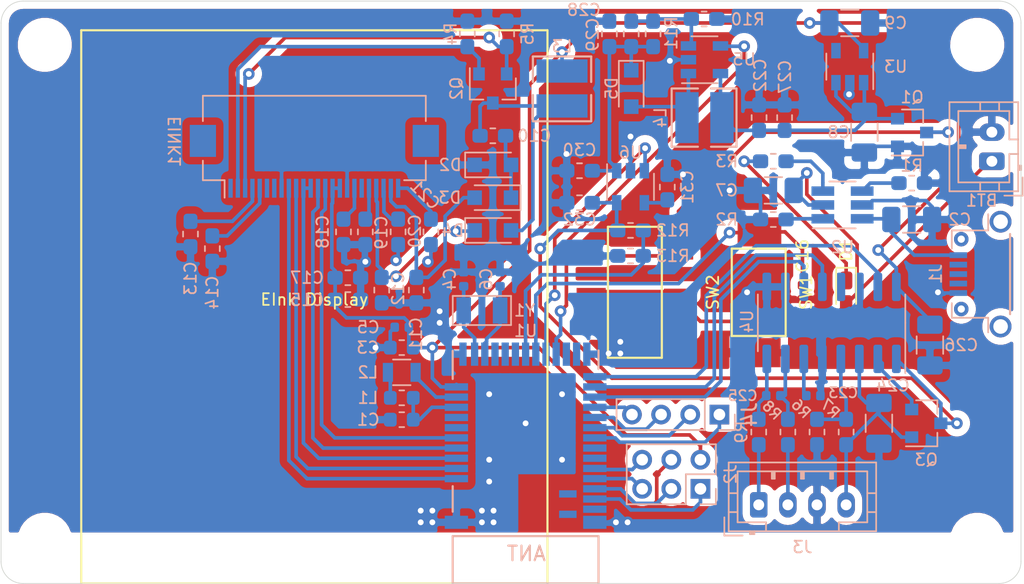
<source format=kicad_pcb>
(kicad_pcb (version 20171130) (host pcbnew 5.1.5-52549c5~84~ubuntu18.04.1)
  (layers (0 F.Cu signal) (31 B.Cu signal) (34 B.Paste user) (35 F.Paste user) (36 B.SilkS user) (37 F.SilkS user) (38 B.Mask user) (39 F.Mask user) (44 Edge.Cuts user))
  (net 0 "")
  (net 1 "Net-(BT1-Pad1)")
  (net 2 GND)
  (net 3 /nRF/DEC4)
  (net 4 /nRF/VUSB)
  (net 5 VDD)
  (net 6 /nRF/LFCLK_XL1)
  (net 7 /nRF/LFCLK_XL2)
  (net 8 "Net-(C10-Pad1)")
  (net 9 "Net-(C10-Pad2)")
  (net 10 /Sheet5E60241E/PREVGL)
  (net 11 /Sheet5E60241E/PREVGH)
  (net 12 "Net-(C13-Pad1)")
  (net 13 "Net-(C14-Pad1)")
  (net 14 /nRF/BUTTON)
  (net 15 "Net-(C18-Pad1)")
  (net 16 "Net-(C19-Pad1)")
  (net 17 "Net-(C20-Pad1)")
  (net 18 "Net-(C21-Pad1)")
  (net 19 /Sheet5E602498/VBAT)
  (net 20 "Net-(C23-Pad2)")
  (net 21 /Sheet5E602498/HX711_AVDD)
  (net 22 "Net-(C25-Pad2)")
  (net 23 "Net-(C25-Pad1)")
  (net 24 "Net-(D1-Pad1)")
  (net 25 /Sheet5E60241E/GDR)
  (net 26 /Sheet5E60241E/RESE)
  (net 27 /Sheet5E60241E/EINK_CS)
  (net 28 "Net-(J1-Pad6)")
  (net 29 /nRF/SWDIO)
  (net 30 /nRF/RX)
  (net 31 /nRF/SWDCLK)
  (net 32 /nRF/TX)
  (net 33 /Sheet5E602498/HX711_IN+)
  (net 34 /Sheet5E602498/HX711_IN-)
  (net 35 "Net-(L1-Pad2)")
  (net 36 /nRF/DCC)
  (net 37 "Net-(Q1-Pad3)")
  (net 38 "Net-(Q3-Pad2)")
  (net 39 "Net-(R1-Pad1)")
  (net 40 "Net-(R2-Pad1)")
  (net 41 "Net-(R3-Pad2)")
  (net 42 "Net-(R6-Pad2)")
  (net 43 "Net-(SW2-Pad1)")
  (net 44 "Net-(C28-Pad2)")
  (net 45 /Sheet5E602498/VBOOST)
  (net 46 "Net-(C31-Pad1)")
  (net 47 /Sheet5E602498/VSUP)
  (net 48 "Net-(D5-Pad2)")
  (net 49 /Sheet5E602498/Vlc)
  (net 50 /Sheet5E60241E/EINK_BUSY)
  (net 51 /Sheet5E60241E/EINK_RST)
  (net 52 /Sheet5E60241E/EINK_SCLK)
  (net 53 /Sheet5E60241E/EINK_SDIO)
  (net 54 /Sheet5E602498/HX711_DATA)
  (net 55 /Sheet5E602498/HX711_RATE)
  (net 56 /Sheet5E602498/HX711_CLK)
  (net 57 /Sheet5E602498/10V_LDO_EN)
  (net 58 /Sheet5E602498/BOOST_EN)
  (net 59 /nRF/GPIO0)
  (net 60 /nRF/GPIO1)
  (net 61 /nRF/GPIO2)
  (net 62 /nRF/GPIO3)
  (module Footprint_nrf_scale:1.54inch_EInk_display (layer F.Cu) (at 31.5 31 180)
    (fp_text reference "EInk Display" (at 0 0.5) (layer F.SilkS) (effects (font (size 0.8 0.8) (thickness 0.12))))
    (fp_text value 1.54inch_EInk_display)
  )
  (module sense_fp:C_0603_1608Metric (layer B.Cu) (at 37.5 38.75)
    (fp_text reference C1 (at -2.3 0) (layer B.SilkS) (effects (font (size 0.8 0.8) (thickness 0.12)) (justify mirror)))
    (fp_text value 1uF)
    (pad 2 smd roundrect (at 0.7875 0) (size 0.875 0.95) (layers B.Cu B.Paste B.Mask) (net 3 /nRF/DEC4))
    (pad 1 smd roundrect (at -0.7875 0) (size 0.875 0.95) (layers B.Cu B.Paste B.Mask) (net 2 GND))
  )
  (module sense_fp:C_1206_3216Metric (layer B.Cu) (at 72.5 25)
    (fp_text reference C2 (at 3.3 0) (layer B.SilkS) (effects (font (size 0.8 0.8) (thickness 0.12)) (justify mirror)))
    (fp_text value 1uF)
    (pad 1 smd roundrect (at -1.4 0) (size 1.25 1.75) (layers B.Cu B.Paste B.Mask) (roundrect_rratio 0.2) (net 4 /nRF/VUSB))
    (pad 2 smd roundrect (at 1.4 0) (size 1.25 1.75) (layers B.Cu B.Paste B.Mask) (roundrect_rratio 0.2) (net 2 GND))
  )
  (module sense_fp:C_0603_1608Metric (layer B.Cu) (at 37.5 33.8)
    (fp_text reference C3 (at -2.325 0) (layer B.SilkS) (effects (font (size 0.8 0.8) (thickness 0.12)) (justify mirror)))
    (fp_text value 1uF)
    (pad 1 smd roundrect (at -0.7875 0) (size 0.875 0.95) (layers B.Cu B.Paste B.Mask) (net 2 GND))
    (pad 2 smd roundrect (at 0.7875 0) (size 0.875 0.95) (layers B.Cu B.Paste B.Mask) (net 5 VDD))
  )
  (module sense_fp:C_0402_1005Metric (layer B.Cu) (at 41.75 29.1 270)
    (fp_text reference C4 (at 0 0.95 90) (layer B.SilkS) (effects (font (size 0.8 0.8) (thickness 0.12)) (justify mirror)))
    (fp_text value 8pF)
    (pad 2 smd roundrect (at 0.485 0 270) (size 0.59 0.64) (layers B.Cu B.Paste B.Mask) (net 6 /nRF/LFCLK_XL1))
    (pad 1 smd roundrect (at -0.485 0 270) (size 0.59 0.64) (layers B.Cu B.Paste B.Mask) (net 2 GND))
  )
  (module sense_fp:C_0402_1005Metric (layer B.Cu) (at 37.5 32.4)
    (fp_text reference C5 (at -2.3 0) (layer B.SilkS) (effects (font (size 0.8 0.8) (thickness 0.12)) (justify mirror)))
    (fp_text value 0.1uF)
    (pad 1 smd roundrect (at -0.485 0) (size 0.59 0.64) (layers B.Cu B.Paste B.Mask) (net 2 GND))
    (pad 2 smd roundrect (at 0.485 0) (size 0.59 0.64) (layers B.Cu B.Paste B.Mask) (net 5 VDD))
  )
  (module sense_fp:C_0402_1005Metric (layer B.Cu) (at 44.25 29.1 270)
    (fp_text reference C6 (at 0 0.95 90) (layer B.SilkS) (effects (font (size 0.8 0.8) (thickness 0.12)) (justify mirror)))
    (fp_text value 8pF)
    (pad 1 smd roundrect (at -0.485 0 270) (size 0.59 0.64) (layers B.Cu B.Paste B.Mask) (net 2 GND))
    (pad 2 smd roundrect (at 0.485 0 270) (size 0.59 0.64) (layers B.Cu B.Paste B.Mask) (net 7 /nRF/LFCLK_XL2))
  )
  (module sense_fp:C_1206_3216Metric (layer B.Cu) (at 63 23 180)
    (fp_text reference C7 (at 3.2 0) (layer B.SilkS) (effects (font (size 0.8 0.8) (thickness 0.12)) (justify mirror)))
    (fp_text value 1uF)
    (pad 1 smd roundrect (at -1.4 0 180) (size 1.25 1.75) (layers B.Cu B.Paste B.Mask) (roundrect_rratio 0.2) (net 1 "Net-(BT1-Pad1)"))
    (pad 2 smd roundrect (at 1.4 0 180) (size 1.25 1.75) (layers B.Cu B.Paste B.Mask) (roundrect_rratio 0.2) (net 2 GND))
  )
  (module sense_fp:C_1206_3216Metric (layer B.Cu) (at 69.25 19 270)
    (fp_text reference C8 (at 0 1.75 180) (layer B.SilkS) (effects (font (size 0.8 0.8) (thickness 0.12)) (justify mirror)))
    (fp_text value 1uF)
    (pad 2 smd roundrect (at 1.4 0 270) (size 1.25 1.75) (layers B.Cu B.Paste B.Mask) (roundrect_rratio 0.2) (net 2 GND))
    (pad 1 smd roundrect (at -1.4 0 270) (size 1.25 1.75) (layers B.Cu B.Paste B.Mask) (roundrect_rratio 0.2) (net 19 /Sheet5E602498/VBAT))
  )
  (module sense_fp:C_1206_3216Metric (layer B.Cu) (at 68.25 11.5)
    (fp_text reference C9 (at 3.15 0) (layer B.SilkS) (effects (font (size 0.8 0.8) (thickness 0.12)) (justify mirror)))
    (fp_text value 1uF)
    (pad 1 smd roundrect (at -1.4 0) (size 1.25 1.75) (layers B.Cu B.Paste B.Mask) (roundrect_rratio 0.2) (net 5 VDD))
    (pad 2 smd roundrect (at 1.4 0) (size 1.25 1.75) (layers B.Cu B.Paste B.Mask) (roundrect_rratio 0.2) (net 2 GND))
  )
  (module Capacitor_SMD:C_0603_1608Metric_Pad1.05x0.95mm_HandSolder (layer B.Cu) (at 43.75 19.25)
    (fp_text reference C10 (at 2.85 0) (layer B.SilkS) (effects (font (size 0.8 0.8) (thickness 0.12)) (justify mirror)))
    (fp_text value 1uF/50V)
    (pad 1 smd roundrect (at -0.875 0) (size 1.05 0.95) (layers B.Cu B.Paste B.Mask) (net 8 "Net-(C10-Pad1)"))
    (pad 2 smd roundrect (at 0.875 0) (size 1.05 0.95) (layers B.Cu B.Paste B.Mask) (net 9 "Net-(C10-Pad2)"))
  )
  (module Capacitor_SMD:C_0603_1608Metric_Pad1.05x0.95mm_HandSolder (layer B.Cu) (at 38.5 29.85 270)
    (fp_text reference C11 (at 3.025 0.025 90) (layer B.SilkS) (effects (font (size 0.8 0.8) (thickness 0.12)) (justify mirror)))
    (fp_text value 1uF/50V)
    (pad 1 smd roundrect (at -0.875 0 270) (size 1.05 0.95) (layers B.Cu B.Paste B.Mask) (net 10 /Sheet5E60241E/PREVGL))
    (pad 2 smd roundrect (at 0.875 0 270) (size 1.05 0.95) (layers B.Cu B.Paste B.Mask) (net 2 GND))
  )
  (module Capacitor_SMD:C_0603_1608Metric_Pad1.05x0.95mm_HandSolder (layer B.Cu) (at 36.125 29.85 270)
    (fp_text reference C12 (at -0.1 -1.125 90) (layer B.SilkS) (effects (font (size 0.8 0.8) (thickness 0.12)) (justify mirror)))
    (fp_text value 1uF/50V)
    (pad 1 smd roundrect (at -0.875 0 270) (size 1.05 0.95) (layers B.Cu B.Paste B.Mask) (net 11 /Sheet5E60241E/PREVGH))
    (pad 2 smd roundrect (at 0.875 0 270) (size 1.05 0.95) (layers B.Cu B.Paste B.Mask) (net 2 GND))
  )
  (module Capacitor_SMD:C_0603_1608Metric_Pad1.05x0.95mm_HandSolder (layer B.Cu) (at 23 26 270)
    (fp_text reference C13 (at 3.05 0 90) (layer B.SilkS) (effects (font (size 0.8 0.8) (thickness 0.12)) (justify mirror)))
    (fp_text value 1uF/50V)
    (pad 2 smd roundrect (at 0.875 0 270) (size 1.05 0.95) (layers B.Cu B.Paste B.Mask) (net 2 GND))
    (pad 1 smd roundrect (at -0.875 0 270) (size 1.05 0.95) (layers B.Cu B.Paste B.Mask) (net 12 "Net-(C13-Pad1)"))
  )
  (module Capacitor_SMD:C_0603_1608Metric_Pad1.05x0.95mm_HandSolder (layer B.Cu) (at 24.5 27 270)
    (fp_text reference C14 (at 3.025 0 90) (layer B.SilkS) (effects (font (size 0.8 0.8) (thickness 0.12)) (justify mirror)))
    (fp_text value 1uF/50V)
    (pad 1 smd roundrect (at -0.875 0 270) (size 1.05 0.95) (layers B.Cu B.Paste B.Mask) (net 13 "Net-(C14-Pad1)"))
    (pad 2 smd roundrect (at 0.875 0 270) (size 1.05 0.95) (layers B.Cu B.Paste B.Mask) (net 2 GND))
  )
  (module Capacitor_SMD:C_0603_1608Metric_Pad1.05x0.95mm_HandSolder (layer B.Cu) (at 33.8 30.5)
    (fp_text reference C15 (at -2.8 0.025) (layer B.SilkS) (effects (font (size 0.8 0.8) (thickness 0.12)) (justify mirror)))
    (fp_text value 10uF)
    (pad 1 smd roundrect (at -0.875 0) (size 1.05 0.95) (layers B.Cu B.Paste B.Mask) (net 5 VDD))
    (pad 2 smd roundrect (at 0.875 0) (size 1.05 0.95) (layers B.Cu B.Paste B.Mask) (net 2 GND))
  )
  (module sense_fp:C_0402_1005Metric (layer F.Cu) (at 65 30 90)
    (fp_text reference C16 (at 2.5 0 90) (layer F.SilkS) (effects (font (size 0.8 0.8) (thickness 0.12))))
    (fp_text value 0.1nF)
    (pad 2 smd roundrect (at 0.485 0 90) (size 0.59 0.64) (layers F.Cu F.Paste F.Mask) (net 14 /nRF/BUTTON))
    (pad 1 smd roundrect (at -0.485 0 90) (size 0.59 0.64) (layers F.Cu F.Paste F.Mask) (net 2 GND))
  )
  (module Capacitor_SMD:C_0603_1608Metric_Pad1.05x0.95mm_HandSolder (layer B.Cu) (at 33.8 29)
    (fp_text reference C17 (at -2.8 0) (layer B.SilkS) (effects (font (size 0.8 0.8) (thickness 0.12)) (justify mirror)))
    (fp_text value 1uF)
    (pad 2 smd roundrect (at 0.875 0) (size 1.05 0.95) (layers B.Cu B.Paste B.Mask) (net 2 GND))
    (pad 1 smd roundrect (at -0.875 0) (size 1.05 0.95) (layers B.Cu B.Paste B.Mask) (net 5 VDD))
  )
  (module Capacitor_SMD:C_0603_1608Metric_Pad1.05x0.95mm_HandSolder (layer B.Cu) (at 33.5 25.85 270)
    (fp_text reference C18 (at 0 1.43 90) (layer B.SilkS) (effects (font (size 0.8 0.8) (thickness 0.12)) (justify mirror)))
    (fp_text value 1uF)
    (pad 1 smd roundrect (at -0.875 0 270) (size 1.05 0.95) (layers B.Cu B.Paste B.Mask) (net 15 "Net-(C18-Pad1)"))
    (pad 2 smd roundrect (at 0.875 0 270) (size 1.05 0.95) (layers B.Cu B.Paste B.Mask) (net 2 GND))
  )
  (module Capacitor_SMD:C_0603_1608Metric_Pad1.05x0.95mm_HandSolder (layer B.Cu) (at 35 25.85 270)
    (fp_text reference C19 (at 0.05 -1.1 90) (layer B.SilkS) (effects (font (size 0.8 0.8) (thickness 0.12)) (justify mirror)))
    (fp_text value 1uF/50V)
    (pad 2 smd roundrect (at 0.875 0 270) (size 1.05 0.95) (layers B.Cu B.Paste B.Mask) (net 2 GND))
    (pad 1 smd roundrect (at -0.875 0 270) (size 1.05 0.95) (layers B.Cu B.Paste B.Mask) (net 16 "Net-(C19-Pad1)"))
  )
  (module Capacitor_SMD:C_0603_1608Metric_Pad1.05x0.95mm_HandSolder (layer B.Cu) (at 37.25 25.85 270)
    (fp_text reference C20 (at -0.05 -1.15 90) (layer B.SilkS) (effects (font (size 0.8 0.8) (thickness 0.12)) (justify mirror)))
    (fp_text value 1uF/50V)
    (pad 2 smd roundrect (at 0.875 0 270) (size 1.05 0.95) (layers B.Cu B.Paste B.Mask) (net 2 GND))
    (pad 1 smd roundrect (at -0.875 0 270) (size 1.05 0.95) (layers B.Cu B.Paste B.Mask) (net 17 "Net-(C20-Pad1)"))
  )
  (module Capacitor_SMD:C_0603_1608Metric_Pad1.05x0.95mm_HandSolder (layer B.Cu) (at 39.5 25.85 270)
    (fp_text reference C21 (at -2.55 0.4 315) (layer B.SilkS) (effects (font (size 0.8 0.8) (thickness 0.12)) (justify mirror)))
    (fp_text value 1uF/50V)
    (pad 2 smd roundrect (at 0.875 0 270) (size 1.05 0.95) (layers B.Cu B.Paste B.Mask) (net 2 GND))
    (pad 1 smd roundrect (at -0.875 0 270) (size 1.05 0.95) (layers B.Cu B.Paste B.Mask) (net 18 "Net-(C21-Pad1)"))
  )
  (module sense_fp:C_0402_1005Metric (layer B.Cu) (at 65.75 37.1 180)
    (fp_text reference C23 (at -2.05 0.2) (layer B.SilkS) (effects (font (size 0.7 0.7) (thickness 0.12)) (justify mirror)))
    (fp_text value 0.1nF)
    (pad 1 smd roundrect (at -0.485 0 180) (size 0.59 0.64) (layers B.Cu B.Paste B.Mask) (net 2 GND))
    (pad 2 smd roundrect (at 0.485 0 180) (size 0.59 0.64) (layers B.Cu B.Paste B.Mask) (net 20 "Net-(C23-Pad2)"))
  )
  (module sense_fp:C_1206_3216Metric (layer B.Cu) (at 70.25 39 270)
    (fp_text reference C24 (at -2.6 -0.95 180) (layer B.SilkS) (effects (font (size 0.8 0.8) (thickness 0.12)) (justify mirror)))
    (fp_text value 10uF)
    (pad 1 smd roundrect (at -1.4 0 270) (size 1.25 1.75) (layers B.Cu B.Paste B.Mask) (roundrect_rratio 0.2) (net 21 /Sheet5E602498/HX711_AVDD))
    (pad 2 smd roundrect (at 1.4 0 270) (size 1.25 1.75) (layers B.Cu B.Paste B.Mask) (roundrect_rratio 0.2) (net 2 GND))
  )
  (module sense_fp:C_0402_1005Metric (layer B.Cu) (at 63 37.1)
    (fp_text reference C25 (at -2.1 0) (layer B.SilkS) (effects (font (size 0.7 0.7) (thickness 0.12)) (justify mirror)))
    (fp_text value 0.1nF)
    (pad 2 smd roundrect (at 0.485 0) (size 0.59 0.64) (layers B.Cu B.Paste B.Mask) (net 22 "Net-(C25-Pad2)"))
    (pad 1 smd roundrect (at -0.485 0) (size 0.59 0.64) (layers B.Cu B.Paste B.Mask) (net 23 "Net-(C25-Pad1)"))
  )
  (module sense_fp:C_1206_3216Metric (layer B.Cu) (at 73.75 33.625 270)
    (fp_text reference C26 (at 0 -2.15 180) (layer B.SilkS) (effects (font (size 0.8 0.8) (thickness 0.12)) (justify mirror)))
    (fp_text value 0.1uF)
    (pad 2 smd roundrect (at 1.4 0 270) (size 1.25 1.75) (layers B.Cu B.Paste B.Mask) (roundrect_rratio 0.2) (net 2 GND))
    (pad 1 smd roundrect (at -1.4 0 270) (size 1.25 1.75) (layers B.Cu B.Paste B.Mask) (roundrect_rratio 0.2) (net 5 VDD))
  )
  (module LED_SMD:LED_0603_1608Metric_Castellated (layer F.Cu) (at 68 30 270)
    (fp_text reference D1 (at -2.9 0 90) (layer F.SilkS) (effects (font (size 0.8 0.8) (thickness 0.12))))
    (fp_text value LED)
    (pad 1 smd roundrect (at -0.8125 0 270) (size 1.225 0.85) (layers F.Cu F.Paste F.Mask) (net 24 "Net-(D1-Pad1)"))
    (pad 2 smd roundrect (at 0.8125 0 270) (size 1.225 0.85) (layers F.Cu F.Paste F.Mask) (net 1 "Net-(BT1-Pad1)"))
  )
  (module Diode_SMD:D_SOD-323_HandSoldering (layer B.Cu) (at 43.75 21.25)
    (fp_text reference D2 (at -2.925 0) (layer B.SilkS) (effects (font (size 0.8 0.8) (thickness 0.12)) (justify mirror)))
    (fp_text value SD103AWS)
    (pad 1 smd rect (at -1.25 0) (size 1 1) (layers B.Cu B.Paste B.Mask) (net 2 GND))
    (pad 2 smd rect (at 1.25 0) (size 1 1) (layers B.Cu B.Paste B.Mask) (net 9 "Net-(C10-Pad2)"))
  )
  (module Diode_SMD:D_SOD-323_HandSoldering (layer B.Cu) (at 43.75 23.5 180)
    (fp_text reference D3 (at 2.95 0) (layer B.SilkS) (effects (font (size 0.8 0.8) (thickness 0.12)) (justify mirror)))
    (fp_text value SD103AWS)
    (pad 2 smd rect (at 1.25 0 180) (size 1 1) (layers B.Cu B.Paste B.Mask) (net 10 /Sheet5E60241E/PREVGL))
    (pad 1 smd rect (at -1.25 0 180) (size 1 1) (layers B.Cu B.Paste B.Mask) (net 9 "Net-(C10-Pad2)"))
  )
  (module Diode_SMD:D_SOD-323_HandSoldering (layer B.Cu) (at 43.75 25.75)
    (fp_text reference D4 (at -2.75 0) (layer B.SilkS) (effects (font (size 0.8 0.8) (thickness 0.12)) (justify mirror)))
    (fp_text value SD103AWS)
    (pad 1 smd rect (at -1.25 0) (size 1 1) (layers B.Cu B.Paste B.Mask) (net 11 /Sheet5E60241E/PREVGH))
    (pad 2 smd rect (at 1.25 0) (size 1 1) (layers B.Cu B.Paste B.Mask) (net 8 "Net-(C10-Pad1)"))
  )
  (module Connector_FFC-FPC:Hirose_FH12-24S-0.5SH_1x24-1MP_P0.50mm_Horizontal (layer B.Cu) (at 31.5 21)
    (fp_text reference EINK1 (at -9.575 -1.35 270) (layer B.SilkS) (effects (font (size 0.8 0.8) (thickness 0.12)) (justify mirror)))
    (fp_text value EINK_GDEW0154M09_154IN_200X200)
    (pad MP smd rect (at 7.65 -1.4) (size 1.8 2.2) (layers B.Cu B.Paste B.Mask))
    (pad MP smd rect (at -7.65 -1.4) (size 1.8 2.2) (layers B.Cu B.Paste B.Mask))
    (pad 1 smd rect (at -5.75 1.85) (size 0.3 1.3) (layers B.Cu B.Paste B.Mask))
    (pad 2 smd rect (at -5.25 1.85) (size 0.3 1.3) (layers B.Cu B.Paste B.Mask) (net 25 /Sheet5E60241E/GDR))
    (pad 3 smd rect (at -4.75 1.85) (size 0.3 1.3) (layers B.Cu B.Paste B.Mask) (net 26 /Sheet5E60241E/RESE))
    (pad 4 smd rect (at -4.25 1.85) (size 0.3 1.3) (layers B.Cu B.Paste B.Mask) (net 12 "Net-(C13-Pad1)"))
    (pad 5 smd rect (at -3.75 1.85) (size 0.3 1.3) (layers B.Cu B.Paste B.Mask) (net 13 "Net-(C14-Pad1)"))
    (pad 6 smd rect (at -3.25 1.85) (size 0.3 1.3) (layers B.Cu B.Paste B.Mask))
    (pad 7 smd rect (at -2.75 1.85) (size 0.3 1.3) (layers B.Cu B.Paste B.Mask))
    (pad 8 smd rect (at -2.25 1.85) (size 0.3 1.3) (layers B.Cu B.Paste B.Mask) (net 2 GND))
    (pad 9 smd rect (at -1.75 1.85) (size 0.3 1.3) (layers B.Cu B.Paste B.Mask) (net 50 /Sheet5E60241E/EINK_BUSY))
    (pad 10 smd rect (at -1.25 1.85) (size 0.3 1.3) (layers B.Cu B.Paste B.Mask) (net 51 /Sheet5E60241E/EINK_RST))
    (pad 11 smd rect (at -0.75 1.85) (size 0.3 1.3) (layers B.Cu B.Paste B.Mask) (net 27 /Sheet5E60241E/EINK_CS))
    (pad 12 smd rect (at -0.25 1.85) (size 0.3 1.3) (layers B.Cu B.Paste B.Mask) (net 27 /Sheet5E60241E/EINK_CS))
    (pad 13 smd rect (at 0.25 1.85) (size 0.3 1.3) (layers B.Cu B.Paste B.Mask) (net 52 /Sheet5E60241E/EINK_SCLK))
    (pad 14 smd rect (at 0.75 1.85) (size 0.3 1.3) (layers B.Cu B.Paste B.Mask) (net 53 /Sheet5E60241E/EINK_SDIO))
    (pad 15 smd rect (at 1.25 1.85) (size 0.3 1.3) (layers B.Cu B.Paste B.Mask) (net 5 VDD))
    (pad 16 smd rect (at 1.75 1.85) (size 0.3 1.3) (layers B.Cu B.Paste B.Mask) (net 5 VDD))
    (pad 17 smd rect (at 2.25 1.85) (size 0.3 1.3) (layers B.Cu B.Paste B.Mask) (net 2 GND))
    (pad 18 smd rect (at 2.75 1.85) (size 0.3 1.3) (layers B.Cu B.Paste B.Mask) (net 15 "Net-(C18-Pad1)"))
    (pad 19 smd rect (at 3.25 1.85) (size 0.3 1.3) (layers B.Cu B.Paste B.Mask))
    (pad 20 smd rect (at 3.75 1.85) (size 0.3 1.3) (layers B.Cu B.Paste B.Mask) (net 16 "Net-(C19-Pad1)"))
    (pad 21 smd rect (at 4.25 1.85) (size 0.3 1.3) (layers B.Cu B.Paste B.Mask) (net 11 /Sheet5E60241E/PREVGH))
    (pad 22 smd rect (at 4.75 1.85) (size 0.3 1.3) (layers B.Cu B.Paste B.Mask) (net 17 "Net-(C20-Pad1)"))
    (pad 23 smd rect (at 5.25 1.85) (size 0.3 1.3) (layers B.Cu B.Paste B.Mask) (net 10 /Sheet5E60241E/PREVGL))
    (pad 24 smd rect (at 5.75 1.85) (size 0.3 1.3) (layers B.Cu B.Paste B.Mask) (net 18 "Net-(C21-Pad1)"))
  )
  (module Footprint_nrf_scale:Micro_usb_connector_4_THT_pads (layer B.Cu) (at 77.25 28.75 270)
    (fp_text reference J1 (at 0 3.1 270) (layer B.SilkS) (effects (font (size 0.8 0.8) (thickness 0.12)) (justify mirror)))
    (fp_text value USB_B_Micro)
    (pad 1 smd rect (at -1.3 1.55 270) (size 0.4 1.2) (layers B.Cu B.Paste B.Mask) (net 4 /nRF/VUSB))
    (pad 2 smd rect (at -0.65 1.55 270) (size 0.4 1.2) (layers B.Cu B.Paste B.Mask))
    (pad 3 smd rect (at 0 1.55 270) (size 0.4 1.2) (layers B.Cu B.Paste B.Mask))
    (pad 4 smd rect (at 0.65 1.55 270) (size 0.4 1.2) (layers B.Cu B.Paste B.Mask))
    (pad 5 smd rect (at 1.3 1.55 270) (size 0.4 1.2) (layers B.Cu B.Paste B.Mask) (net 2 GND))
    (pad 6 thru_hole circle (at -2.4 1.35 270) (size 1 1) (drill 0.5) (layers *.Cu *.Mask) (net 28 "Net-(J1-Pad6)"))
    (pad 6 thru_hole circle (at 2.4 1.35 270) (size 1 1) (drill 0.5) (layers *.Cu *.Mask) (net 28 "Net-(J1-Pad6)"))
    (pad 6 thru_hole circle (at -3.6 -1.35 270) (size 1.5 1.5) (drill 1) (layers *.Cu *.Mask) (net 28 "Net-(J1-Pad6)"))
    (pad 6 thru_hole circle (at 3.6 -1.35 270) (size 1.5 1.5) (drill 1) (layers *.Cu *.Mask) (net 28 "Net-(J1-Pad6)"))
  )
  (module sense_fp:C_0603_1608Metric (layer B.Cu) (at 37.5 37.25 180)
    (fp_text reference L1 (at 2.325 0) (layer B.SilkS) (effects (font (size 0.8 0.8) (thickness 0.12)) (justify mirror)))
    (fp_text value 18nH)
    (pad 1 smd roundrect (at -0.7875 0 180) (size 0.875 0.95) (layers B.Cu B.Paste B.Mask) (net 3 /nRF/DEC4))
    (pad 2 smd roundrect (at 0.7875 0 180) (size 0.875 0.95) (layers B.Cu B.Paste B.Mask) (net 35 "Net-(L1-Pad2)"))
  )
  (module sense_fp:L_0805 (layer B.Cu) (at 37.5 35.5)
    (fp_text reference L2 (at -2.325 0) (layer B.SilkS) (effects (font (size 0.8 0.8) (thickness 0.12)) (justify mirror)))
    (fp_text value 10uH)
    (pad 1 smd rect (at -0.95 0) (size 0.7 1.3) (layers B.Cu B.Paste B.Mask) (net 35 "Net-(L1-Pad2)"))
    (pad 2 smd rect (at 0.95 0) (size 0.7 1.3) (layers B.Cu B.Paste B.Mask) (net 36 /nRF/DCC))
  )
  (module Footprint_nrf_scale:L_3.5x3.0mm_CD30D22 (layer B.Cu) (at 48.5 16 180)
    (fp_text reference L3 (at 0 2.9 180) (layer B.SilkS) (effects (font (size 0.8 0.8) (thickness 0.12)) (justify mirror)))
    (fp_text value 10uH/250mA)
    (pad 1 smd rect (at 0 1.2 180) (size 3.5 1.6) (layers B.Cu B.Paste B.Mask) (net 5 VDD))
    (pad 2 smd rect (at 0 -1.2 180) (size 3.5 1.6) (layers B.Cu B.Paste B.Mask) (net 8 "Net-(C10-Pad1)"))
  )
  (module sense_fp:MountingHole_2.7mm_M2.5 (layer F.Cu) (at 13 13)
    (fp_text reference MK1 hide)
    (fp_text value Mounting_Hole)
    (pad 1 np_thru_hole circle (at 0 0) (size 2.7 2.7) (drill 2.7) (layers *.Cu *.Mask))
  )
  (module sense_fp:MountingHole_2.7mm_M2.5 (layer F.Cu) (at 13 47)
    (fp_text reference MK2 hide)
    (fp_text value Mounting_Hole)
    (pad 1 np_thru_hole circle (at 0 0) (size 2.7 2.7) (drill 2.7) (layers *.Cu *.Mask))
  )
  (module sense_fp:MountingHole_2.7mm_M2.5 (layer F.Cu) (at 77 47)
    (fp_text reference MK3 hide)
    (fp_text value Mounting_Hole)
    (pad 1 np_thru_hole circle (at 0 0) (size 2.7 2.7) (drill 2.7) (layers *.Cu *.Mask))
  )
  (module sense_fp:MountingHole_2.7mm_M2.5 (layer F.Cu) (at 77 13)
    (fp_text reference MK4 hide)
    (fp_text value Mounting_Hole)
    (pad 1 np_thru_hole circle (at 0 0) (size 2.7 2.7) (drill 2.7) (layers *.Cu *.Mask))
  )
  (module Package_TO_SOT_SMD:SOT-23 (layer B.Cu) (at 72.525 19.025)
    (fp_text reference Q1 (at 0 -2.425) (layer B.SilkS) (effects (font (size 0.8 0.8) (thickness 0.12)) (justify mirror)))
    (fp_text value IRLML6401)
    (pad 1 smd rect (at -1 0.95) (size 0.9 0.8) (layers B.Cu B.Paste B.Mask) (net 2 GND))
    (pad 2 smd rect (at -1 -0.95) (size 0.9 0.8) (layers B.Cu B.Paste B.Mask) (net 19 /Sheet5E602498/VBAT))
    (pad 3 smd rect (at 1 0) (size 0.9 0.8) (layers B.Cu B.Paste B.Mask) (net 37 "Net-(Q1-Pad3)"))
  )
  (module Package_TO_SOT_SMD:SOT-23 (layer B.Cu) (at 43.75 16 270)
    (fp_text reference Q2 (at 0 2.5 90) (layer B.SilkS) (effects (font (size 0.8 0.8) (thickness 0.12)) (justify mirror)))
    (fp_text value AO3400)
    (pad 1 smd rect (at -1 0.95 270) (size 0.9 0.8) (layers B.Cu B.Paste B.Mask) (net 25 /Sheet5E60241E/GDR))
    (pad 2 smd rect (at -1 -0.95 270) (size 0.9 0.8) (layers B.Cu B.Paste B.Mask) (net 26 /Sheet5E60241E/RESE))
    (pad 3 smd rect (at 1 0 270) (size 0.9 0.8) (layers B.Cu B.Paste B.Mask) (net 8 "Net-(C10-Pad1)"))
  )
  (module Package_TO_SOT_SMD:SOT-23 (layer B.Cu) (at 73.5 39)
    (fp_text reference Q3 (at 0 2.5) (layer B.SilkS) (effects (font (size 0.8 0.8) (thickness 0.12)) (justify mirror)))
    (fp_text value BC857)
    (pad 3 smd rect (at 1 0) (size 0.9 0.8) (layers B.Cu B.Paste B.Mask) (net 47 /Sheet5E602498/VSUP))
    (pad 2 smd rect (at -1 -0.95) (size 0.9 0.8) (layers B.Cu B.Paste B.Mask) (net 38 "Net-(Q3-Pad2)"))
    (pad 1 smd rect (at -1 0.95) (size 0.9 0.8) (layers B.Cu B.Paste B.Mask) (net 21 /Sheet5E602498/HX711_AVDD))
  )
  (module Resistor_SMD:R_0603_1608Metric_Pad1.05x0.95mm_HandSolder (layer B.Cu) (at 72.5 22.5)
    (fp_text reference R1 (at 0 -1.2) (layer B.SilkS) (effects (font (size 0.8 0.8) (thickness 0.12)) (justify mirror)))
    (fp_text value 1.1k)
    (pad 1 smd roundrect (at -0.875 0) (size 1.05 0.95) (layers B.Cu B.Paste B.Mask) (net 39 "Net-(R1-Pad1)"))
    (pad 2 smd roundrect (at 0.875 0) (size 1.05 0.95) (layers B.Cu B.Paste B.Mask) (net 2 GND))
  )
  (module Resistor_SMD:R_0603_1608Metric_Pad1.05x0.95mm_HandSolder (layer B.Cu) (at 63 25 180)
    (fp_text reference R2 (at 3.2 0) (layer B.SilkS) (effects (font (size 0.8 0.8) (thickness 0.12)) (justify mirror)))
    (fp_text value 10k)
    (pad 1 smd roundrect (at -0.875 0 180) (size 1.05 0.95) (layers B.Cu B.Paste B.Mask) (net 40 "Net-(R2-Pad1)"))
    (pad 2 smd roundrect (at 0.875 0 180) (size 1.05 0.95) (layers B.Cu B.Paste B.Mask) (net 2 GND))
  )
  (module Resistor_SMD:R_0603_1608Metric_Pad1.05x0.95mm_HandSolder (layer B.Cu) (at 63 21)
    (fp_text reference R3 (at -3.2 0 180) (layer B.SilkS) (effects (font (size 0.8 0.8) (thickness 0.12)) (justify mirror)))
    (fp_text value 1.1k)
    (pad 2 smd roundrect (at 0.875 0) (size 1.05 0.95) (layers B.Cu B.Paste B.Mask) (net 41 "Net-(R3-Pad2)"))
    (pad 1 smd roundrect (at -0.875 0) (size 1.05 0.95) (layers B.Cu B.Paste B.Mask) (net 24 "Net-(D1-Pad1)"))
  )
  (module Resistor_SMD:R_0603_1608Metric_Pad1.05x0.95mm_HandSolder (layer B.Cu) (at 42 12.25 90)
    (fp_text reference R4 (at 0 -1.15 90) (layer B.SilkS) (effects (font (size 0.8 0.8) (thickness 0.12)) (justify mirror)))
    (fp_text value 1M)
    (pad 2 smd roundrect (at 0.875 0 90) (size 1.05 0.95) (layers B.Cu B.Paste B.Mask) (net 2 GND))
    (pad 1 smd roundrect (at -0.875 0 90) (size 1.05 0.95) (layers B.Cu B.Paste B.Mask) (net 25 /Sheet5E60241E/GDR))
  )
  (module Resistor_SMD:R_0603_1608Metric_Pad1.05x0.95mm_HandSolder (layer B.Cu) (at 44.7 12.25 90)
    (fp_text reference R5 (at 0 1.43 90) (layer B.SilkS) (effects (font (size 0.8 0.8) (thickness 0.12)) (justify mirror)))
    (fp_text value 0.47)
    (pad 1 smd roundrect (at -0.875 0 90) (size 1.05 0.95) (layers B.Cu B.Paste B.Mask) (net 26 /Sheet5E60241E/RESE))
    (pad 2 smd roundrect (at 0.875 0 90) (size 1.05 0.95) (layers B.Cu B.Paste B.Mask) (net 2 GND))
  )
  (module Resistor_SMD:R_0603_1608Metric_Pad1.05x0.95mm_HandSolder (layer B.Cu) (at 66 39.6 90)
    (fp_text reference R6 (at 1.6 -1.1 135) (layer B.SilkS) (effects (font (size 0.7 0.7) (thickness 0.12)) (justify mirror)))
    (fp_text value 100)
    (pad 1 smd roundrect (at -0.875 0 90) (size 1.05 0.95) (layers B.Cu B.Paste B.Mask) (net 2 GND))
    (pad 2 smd roundrect (at 0.875 0 90) (size 1.05 0.95) (layers B.Cu B.Paste B.Mask) (net 42 "Net-(R6-Pad2)"))
  )
  (module Resistor_SMD:R_0603_1608Metric_Pad1.05x0.95mm_HandSolder (layer B.Cu) (at 68 39.6 270)
    (fp_text reference R7 (at -1.6 1.1 315) (layer B.SilkS) (effects (font (size 0.7 0.7) (thickness 0.12)) (justify mirror)))
    (fp_text value 100)
    (pad 2 smd roundrect (at 0.875 0 270) (size 1.05 0.95) (layers B.Cu B.Paste B.Mask) (net 21 /Sheet5E602498/HX711_AVDD))
    (pad 1 smd roundrect (at -0.875 0 270) (size 1.05 0.95) (layers B.Cu B.Paste B.Mask) (net 42 "Net-(R6-Pad2)"))
  )
  (module Resistor_SMD:R_0603_1608Metric_Pad1.05x0.95mm_HandSolder (layer B.Cu) (at 64 39.6 270)
    (fp_text reference R8 (at -1.5 1.1 315) (layer B.SilkS) (effects (font (size 0.7 0.7) (thickness 0.12)) (justify mirror)))
    (fp_text value 100)
    (pad 1 smd roundrect (at -0.875 0 270) (size 1.05 0.95) (layers B.Cu B.Paste B.Mask) (net 22 "Net-(C25-Pad2)"))
    (pad 2 smd roundrect (at 0.875 0 270) (size 1.05 0.95) (layers B.Cu B.Paste B.Mask) (net 34 /Sheet5E602498/HX711_IN-))
  )
  (module Resistor_SMD:R_0603_1608Metric_Pad1.05x0.95mm_HandSolder (layer B.Cu) (at 62 39.6 270)
    (fp_text reference R9 (at 0 1.2 90) (layer B.SilkS) (effects (font (size 0.8 0.8) (thickness 0.12)) (justify mirror)))
    (fp_text value 100)
    (pad 2 smd roundrect (at 0.875 0 270) (size 1.05 0.95) (layers B.Cu B.Paste B.Mask) (net 33 /Sheet5E602498/HX711_IN+))
    (pad 1 smd roundrect (at -0.875 0 270) (size 1.05 0.95) (layers B.Cu B.Paste B.Mask) (net 23 "Net-(C25-Pad1)"))
  )
  (module sense_fp:mdbt42Q (layer B.Cu) (at 46 40.5)
    (fp_text reference U1 (at 0 -7.85) (layer B.SilkS) (effects (font (size 0.8 0.8) (thickness 0.12)) (justify mirror)))
    (fp_text value MDBT42Q hide)
    (fp_text user ANT (at 0.05 7.45) (layer B.SilkS) (effects (justify mirror)))
    (pad 41 smd rect (at 2.9 3.35) (size 1.2 0.5) (layers B.Cu B.Paste B.Mask))
    (pad 40 smd rect (at 2.9 4.75) (size 1.2 0.5) (layers B.Cu B.Paste B.Mask))
    (pad 39 smd rect (at 4.75 5.3) (size 1.6 0.9) (layers B.Cu B.Paste B.Mask) (net 2 GND))
    (pad 38 smd rect (at 4.75 4.4) (size 1.6 0.5) (layers B.Cu B.Paste B.Mask))
    (pad 37 smd rect (at 4.75 3.7) (size 1.6 0.5) (layers B.Cu B.Paste B.Mask) (net 29 /nRF/SWDIO))
    (pad 36 smd rect (at 4.75 3) (size 1.6 0.5) (layers B.Cu B.Paste B.Mask) (net 31 /nRF/SWDCLK))
    (pad 35 smd rect (at 4.75 2.3) (size 1.6 0.5) (layers B.Cu B.Paste B.Mask) (net 30 /nRF/RX))
    (pad 34 smd rect (at 4.75 1.6) (size 1.6 0.5) (layers B.Cu B.Paste B.Mask) (net 32 /nRF/TX))
    (pad 33 smd rect (at 4.75 0.9) (size 1.6 0.5) (layers B.Cu B.Paste B.Mask))
    (pad 32 smd rect (at 4.75 0.2) (size 1.6 0.5) (layers B.Cu B.Paste B.Mask))
    (pad 31 smd rect (at 4.75 -0.5) (size 1.6 0.5) (layers B.Cu B.Paste B.Mask) (net 59 /nRF/GPIO0))
    (pad 30 smd rect (at 4.75 -1.2) (size 1.6 0.5) (layers B.Cu B.Paste B.Mask) (net 60 /nRF/GPIO1))
    (pad 29 smd rect (at 4.75 -1.9) (size 1.6 0.5) (layers B.Cu B.Paste B.Mask) (net 61 /nRF/GPIO2))
    (pad 28 smd rect (at 4.75 -2.6) (size 1.6 0.5) (layers B.Cu B.Paste B.Mask) (net 62 /nRF/GPIO3))
    (pad 27 smd rect (at 4.75 -3.3) (size 1.6 0.5) (layers B.Cu B.Paste B.Mask) (net 56 /Sheet5E602498/HX711_CLK))
    (pad 26 smd rect (at 4.75 -4) (size 1.6 0.5) (layers B.Cu B.Paste B.Mask) (net 54 /Sheet5E602498/HX711_DATA))
    (pad 25 smd rect (at 4.75 -4.7) (size 1.6 0.5) (layers B.Cu B.Paste B.Mask) (net 55 /Sheet5E602498/HX711_RATE))
    (pad 24 smd rect (at 4.2 -6.25) (size 0.5 1.6) (layers B.Cu B.Paste B.Mask) (net 2 GND))
    (pad 23 smd rect (at 3.5 -6.25) (size 0.5 1.6) (layers B.Cu B.Paste B.Mask))
    (pad 22 smd rect (at 2.8 -6.25) (size 0.5 1.6) (layers B.Cu B.Paste B.Mask))
    (pad 21 smd rect (at 2.1 -6.25) (size 0.5 1.6) (layers B.Cu B.Paste B.Mask) (net 58 /Sheet5E602498/BOOST_EN))
    (pad 20 smd rect (at 1.4 -6.25) (size 0.5 1.6) (layers B.Cu B.Paste B.Mask) (net 57 /Sheet5E602498/10V_LDO_EN))
    (pad 19 smd rect (at 0.7 -6.25) (size 0.5 1.6) (layers B.Cu B.Paste B.Mask) (net 14 /nRF/BUTTON))
    (pad 18 smd rect (at 0 -6.25) (size 0.5 1.6) (layers B.Cu B.Paste B.Mask) (net 49 /Sheet5E602498/Vlc))
    (pad 17 smd rect (at -0.7 -6.25) (size 0.5 1.6) (layers B.Cu B.Paste B.Mask))
    (pad 16 smd rect (at -1.4 -6.25) (size 0.5 1.6) (layers B.Cu B.Paste B.Mask))
    (pad 15 smd rect (at -2.1 -6.25) (size 0.5 1.6) (layers B.Cu B.Paste B.Mask))
    (pad 14 smd rect (at -2.8 -6.25) (size 0.5 1.6) (layers B.Cu B.Paste B.Mask) (net 7 /nRF/LFCLK_XL2))
    (pad 13 smd rect (at -3.5 -6.25) (size 0.5 1.6) (layers B.Cu B.Paste B.Mask) (net 6 /nRF/LFCLK_XL1))
    (pad 11 smd rect (at -4.75 -4) (size 1.6 0.5) (layers B.Cu B.Paste B.Mask) (net 5 VDD))
    (pad 10 smd rect (at -4.75 -3.3) (size 1.6 0.5) (layers B.Cu B.Paste B.Mask) (net 36 /nRF/DCC))
    (pad 9 smd rect (at -4.75 -2.6) (size 1.6 0.5) (layers B.Cu B.Paste B.Mask) (net 3 /nRF/DEC4))
    (pad 8 smd rect (at -4.75 -1.9) (size 1.6 0.5) (layers B.Cu B.Paste B.Mask))
    (pad 7 smd rect (at -4.75 -1.2) (size 1.6 0.5) (layers B.Cu B.Paste B.Mask))
    (pad 6 smd rect (at -4.75 -0.5) (size 1.6 0.5) (layers B.Cu B.Paste B.Mask) (net 53 /Sheet5E60241E/EINK_SDIO))
    (pad 5 smd rect (at -4.75 0.2) (size 1.6 0.5) (layers B.Cu B.Paste B.Mask) (net 52 /Sheet5E60241E/EINK_SCLK))
    (pad 4 smd rect (at -4.75 0.9) (size 1.6 0.5) (layers B.Cu B.Paste B.Mask) (net 27 /Sheet5E60241E/EINK_CS))
    (pad 3 smd rect (at -4.75 1.6) (size 1.6 0.5) (layers B.Cu B.Paste B.Mask) (net 51 /Sheet5E60241E/EINK_RST))
    (pad 1 smd rect (at -4.75 5.3) (size 1.6 0.9) (layers B.Cu B.Paste B.Mask) (net 2 GND))
    (pad 2 smd rect (at -4.75 2.3) (size 1.6 0.5) (layers B.Cu B.Paste B.Mask) (net 50 /Sheet5E60241E/EINK_BUSY))
    (pad 12 smd rect (at -4.3 -6.25) (size 0.5 1.6) (layers B.Cu B.Paste B.Mask) (net 2 GND))
  )
  (module Package_TO_SOT_SMD:SOT-23-6_Handsoldering (layer B.Cu) (at 67.75 24)
    (fp_text reference U2 (at 0 2.9) (layer B.SilkS) (effects (font (size 0.8 0.8) (thickness 0.12)) (justify mirror)))
    (fp_text value BQ21040)
    (pad 1 smd rect (at -1.35 0.95) (size 1.56 0.65) (layers B.Cu B.Paste B.Mask) (net 40 "Net-(R2-Pad1)"))
    (pad 2 smd rect (at -1.35 0) (size 1.56 0.65) (layers B.Cu B.Paste B.Mask) (net 1 "Net-(BT1-Pad1)"))
    (pad 3 smd rect (at -1.35 -0.95) (size 1.56 0.65) (layers B.Cu B.Paste B.Mask) (net 41 "Net-(R3-Pad2)"))
    (pad 4 smd rect (at 1.35 -0.95) (size 1.56 0.65) (layers B.Cu B.Paste B.Mask) (net 39 "Net-(R1-Pad1)"))
    (pad 6 smd rect (at 1.35 0.95) (size 1.56 0.65) (layers B.Cu B.Paste B.Mask) (net 4 /nRF/VUSB))
    (pad 5 smd rect (at 1.35 0) (size 1.56 0.65) (layers B.Cu B.Paste B.Mask) (net 2 GND))
  )
  (module Package_TO_SOT_SMD:SOT-23-5 (layer B.Cu) (at 68.25 14.5 90)
    (fp_text reference U3 (at 0 3.15 180) (layer B.SilkS) (effects (font (size 0.8 0.8) (thickness 0.12)) (justify mirror)))
    (fp_text value TPS7A0233PDBV)
    (pad 1 smd rect (at -1.1 0.95 90) (size 1.06 0.65) (layers B.Cu B.Paste B.Mask) (net 19 /Sheet5E602498/VBAT))
    (pad 2 smd rect (at -1.1 0 90) (size 1.06 0.65) (layers B.Cu B.Paste B.Mask) (net 2 GND))
    (pad 3 smd rect (at -1.1 -0.95 90) (size 1.06 0.65) (layers B.Cu B.Paste B.Mask) (net 19 /Sheet5E602498/VBAT))
    (pad 4 smd rect (at 1.1 -0.95 90) (size 1.06 0.65) (layers B.Cu B.Paste B.Mask))
    (pad 5 smd rect (at 1.1 0.95 90) (size 1.06 0.65) (layers B.Cu B.Paste B.Mask) (net 5 VDD))
  )
  (module Package_SO:SOIC-16_3.9x9.9mm_P1.27mm (layer B.Cu) (at 67 32.1 90)
    (fp_text reference U4 (at 0.1 -5.8 90) (layer B.SilkS) (effects (font (size 0.8 0.8) (thickness 0.12)) (justify mirror)))
    (fp_text value HX711)
    (pad 1 smd roundrect (at -2.475 4.445 90) (size 1.95 0.6) (layers B.Cu B.Paste B.Mask) (net 47 /Sheet5E602498/VSUP))
    (pad 2 smd roundrect (at -2.475 3.175 90) (size 1.95 0.6) (layers B.Cu B.Paste B.Mask) (net 38 "Net-(Q3-Pad2)"))
    (pad 3 smd roundrect (at -2.475 1.905 90) (size 1.95 0.6) (layers B.Cu B.Paste B.Mask) (net 21 /Sheet5E602498/HX711_AVDD))
    (pad 4 smd roundrect (at -2.475 0.635 90) (size 1.95 0.6) (layers B.Cu B.Paste B.Mask) (net 42 "Net-(R6-Pad2)"))
    (pad 5 smd roundrect (at -2.475 -0.635 90) (size 1.95 0.6) (layers B.Cu B.Paste B.Mask) (net 2 GND))
    (pad 6 smd roundrect (at -2.475 -1.905 90) (size 1.95 0.6) (layers B.Cu B.Paste B.Mask) (net 20 "Net-(C23-Pad2)"))
    (pad 7 smd roundrect (at -2.475 -3.175 90) (size 1.95 0.6) (layers B.Cu B.Paste B.Mask) (net 22 "Net-(C25-Pad2)"))
    (pad 8 smd roundrect (at -2.475 -4.445 90) (size 1.95 0.6) (layers B.Cu B.Paste B.Mask) (net 23 "Net-(C25-Pad1)"))
    (pad 9 smd roundrect (at 2.475 -4.445 90) (size 1.95 0.6) (layers B.Cu B.Paste B.Mask) (net 2 GND))
    (pad 10 smd roundrect (at 2.475 -3.175 90) (size 1.95 0.6) (layers B.Cu B.Paste B.Mask) (net 2 GND))
    (pad 11 smd roundrect (at 2.475 -1.905 90) (size 1.95 0.6) (layers B.Cu B.Paste B.Mask) (net 56 /Sheet5E602498/HX711_CLK))
    (pad 12 smd roundrect (at 2.475 -0.635 90) (size 1.95 0.6) (layers B.Cu B.Paste B.Mask) (net 54 /Sheet5E602498/HX711_DATA))
    (pad 13 smd roundrect (at 2.475 0.635 90) (size 1.95 0.6) (layers B.Cu B.Paste B.Mask))
    (pad 14 smd roundrect (at 2.475 1.905 90) (size 1.95 0.6) (layers B.Cu B.Paste B.Mask) (net 2 GND))
    (pad 15 smd roundrect (at 2.475 3.175 90) (size 1.95 0.6) (layers B.Cu B.Paste B.Mask) (net 55 /Sheet5E602498/HX711_RATE))
    (pad 16 smd roundrect (at 2.475 4.445 90) (size 1.95 0.6) (layers B.Cu B.Paste B.Mask) (net 5 VDD))
  )
  (module "sense_fp:Q13FC1350000400_SMD Crystals 32.768KHz" (layer B.Cu) (at 43 31.25)
    (fp_text reference Y1 (at 2.925 0) (layer B.SilkS) (effects (font (size 0.8 0.8) (thickness 0.12)) (justify mirror)))
    (fp_text value Q13FC1350000400)
    (pad 1 smd rect (at -1.25 0) (size 1 1.8) (layers B.Cu B.Paste B.Mask) (net 6 /nRF/LFCLK_XL1))
    (pad 2 smd rect (at 1.25 0) (size 1 1.8) (layers B.Cu B.Paste B.Mask) (net 7 /nRF/LFCLK_XL2))
  )
  (module "Footprint_nrf_scale:SMD Tactile Switch_3x6x2.5mm" (layer F.Cu) (at 62 30 90)
    (fp_text reference SW1 (at 0 3.25 90) (layer F.SilkS) (effects (font (size 0.8 0.8) (thickness 0.12))))
    (fp_text value SW_SPST)
    (pad 1 smd rect (at -4.15 0 90) (size 2 3) (layers F.Cu F.Paste F.Mask) (net 2 GND))
    (pad 2 smd rect (at 4.15 0.05 90) (size 2 3) (layers F.Cu F.Paste F.Mask) (net 14 /nRF/BUTTON))
  )
  (module "Footprint_nrf_scale:Slide Switch SMD 2P2T _6pins" (layer F.Cu) (at 53.5 30 90)
    (fp_text reference SW2 (at 0 5.35 90) (layer F.SilkS) (effects (font (size 0.8 0.8) (thickness 0.12))))
    (fp_text value "ON/OFF switch")
    (pad 1 smd rect (at -2.5 3 90) (size 0.5 2) (layers F.Cu F.Paste F.Mask) (net 43 "Net-(SW2-Pad1)"))
    (pad 2 smd rect (at 0 3 90) (size 0.5 2) (layers F.Cu F.Paste F.Mask) (net 1 "Net-(BT1-Pad1)"))
    (pad 3 smd rect (at 2.5 3 90) (size 0.5 2) (layers F.Cu F.Paste F.Mask) (net 37 "Net-(Q1-Pad3)"))
    (pad 3 smd rect (at 2.5 -3 90) (size 0.5 2) (layers F.Cu F.Paste F.Mask) (net 37 "Net-(Q1-Pad3)"))
    (pad 2 smd rect (at 0.05 -3 90) (size 0.5 2) (layers F.Cu F.Paste F.Mask) (net 1 "Net-(BT1-Pad1)"))
    (pad 1 smd rect (at -2.5 -3 90) (size 0.5 2) (layers F.Cu F.Paste F.Mask) (net 43 "Net-(SW2-Pad1)"))
  )
  (module Connector_JST:JST_PH_B2B-PH-K_1x02_P2.00mm_Vertical (layer B.Cu) (at 78 21 90)
    (fp_text reference BT1 (at -2.7 -0.7 180) (layer B.SilkS) (effects (font (size 0.8 0.8) (thickness 0.12)) (justify mirror)))
    (fp_text value Battery_Cell)
    (pad 1 thru_hole roundrect (at 0 0 90) (size 1.2 1.75) (drill 0.75) (layers *.Cu *.Mask) (roundrect_rratio 0.208333) (net 1 "Net-(BT1-Pad1)"))
    (pad 2 thru_hole oval (at 2 0 90) (size 1.2 1.75) (drill 0.75) (layers *.Cu *.Mask) (net 2 GND))
  )
  (module Connector_PinHeader_2.00mm:PinHeader_2x03_P2.00mm_Vertical (layer B.Cu) (at 58 43.5 90)
    (fp_text reference J2 (at 1 2.06 90) (layer B.SilkS) (effects (font (size 0.8 0.8) (thickness 0.12)) (justify mirror)))
    (fp_text value Conn_02x03_Odd_Even)
    (pad 1 thru_hole rect (at 0 0 90) (size 1.35 1.35) (drill 0.8) (layers *.Cu *.Mask) (net 29 /nRF/SWDIO))
    (pad 2 thru_hole oval (at 2 0 90) (size 1.35 1.35) (drill 0.8) (layers *.Cu *.Mask) (net 5 VDD))
    (pad 3 thru_hole oval (at 0 -2 90) (size 1.35 1.35) (drill 0.8) (layers *.Cu *.Mask) (net 31 /nRF/SWDCLK))
    (pad 4 thru_hole oval (at 2 -2 90) (size 1.35 1.35) (drill 0.8) (layers *.Cu *.Mask) (net 2 GND))
    (pad 5 thru_hole oval (at 0 -4 90) (size 1.35 1.35) (drill 0.8) (layers *.Cu *.Mask) (net 30 /nRF/RX))
    (pad 6 thru_hole oval (at 2 -4 90) (size 1.35 1.35) (drill 0.8) (layers *.Cu *.Mask) (net 32 /nRF/TX))
  )
  (module Connector_JST:JST_PH_B4B-PH-K_1x04_P2.00mm_Vertical (layer B.Cu) (at 62 44.6)
    (fp_text reference J3 (at 3 2.9) (layer B.SilkS) (effects (font (size 0.8 0.8) (thickness 0.12)) (justify mirror)))
    (fp_text value "Load cell")
    (pad 1 thru_hole roundrect (at 0 0) (size 1.2 1.75) (drill 0.75) (layers *.Cu *.Mask) (roundrect_rratio 0.208333) (net 33 /Sheet5E602498/HX711_IN+))
    (pad 2 thru_hole oval (at 2 0) (size 1.2 1.75) (drill 0.75) (layers *.Cu *.Mask) (net 34 /Sheet5E602498/HX711_IN-))
    (pad 3 thru_hole oval (at 4 0) (size 1.2 1.75) (drill 0.75) (layers *.Cu *.Mask) (net 2 GND))
    (pad 4 thru_hole oval (at 6 0) (size 1.2 1.75) (drill 0.75) (layers *.Cu *.Mask) (net 21 /Sheet5E602498/HX711_AVDD))
  )
  (module Capacitor_SMD:C_0603_1608Metric_Pad1.05x0.95mm_HandSolder (layer B.Cu) (at 62.025 18 90)
    (fp_text reference C22 (at 2.9 0.075 90) (layer B.SilkS) (effects (font (size 0.8 0.8) (thickness 0.12)) (justify mirror)))
    (fp_text value 4.7uF)
    (pad 1 smd roundrect (at -0.875 0 90) (size 1.05 0.95) (layers B.Cu B.Paste B.Mask) (net 19 /Sheet5E602498/VBAT))
    (pad 2 smd roundrect (at 0.875 0 90) (size 1.05 0.95) (layers B.Cu B.Paste B.Mask) (net 2 GND))
  )
  (module Capacitor_SMD:C_0603_1608Metric_Pad1.05x0.95mm_HandSolder (layer B.Cu) (at 63.775 18 90)
    (fp_text reference C27 (at 2.8 0.025 90) (layer B.SilkS) (effects (font (size 0.8 0.8) (thickness 0.12)) (justify mirror)))
    (fp_text value 100nF)
    (pad 1 smd roundrect (at -0.875 0 90) (size 1.05 0.95) (layers B.Cu B.Paste B.Mask) (net 19 /Sheet5E602498/VBAT))
    (pad 2 smd roundrect (at 0.875 0 90) (size 1.05 0.95) (layers B.Cu B.Paste B.Mask) (net 2 GND))
  )
  (module Capacitor_SMD:C_0603_1608Metric_Pad1.05x0.95mm_HandSolder (layer B.Cu) (at 53.25 12.25 90)
    (fp_text reference C28 (at 1.65 -3.25 180) (layer B.SilkS) (effects (font (size 0.8 0.8) (thickness 0.12)) (justify mirror)))
    (fp_text value 4.7pF)
    (pad 2 smd roundrect (at 0.875 0 90) (size 1.05 0.95) (layers B.Cu B.Paste B.Mask) (net 44 "Net-(C28-Pad2)"))
    (pad 1 smd roundrect (at -0.875 0 90) (size 1.05 0.95) (layers B.Cu B.Paste B.Mask) (net 45 /Sheet5E602498/VBOOST))
  )
  (module Capacitor_SMD:C_0603_1608Metric_Pad1.05x0.95mm_HandSolder (layer B.Cu) (at 51.75 12.25 90)
    (fp_text reference C29 (at -0.05 -1.15 90) (layer B.SilkS) (effects (font (size 0.8 0.8) (thickness 0.12)) (justify mirror)))
    (fp_text value 4.7uF)
    (pad 1 smd roundrect (at -0.875 0 90) (size 1.05 0.95) (layers B.Cu B.Paste B.Mask) (net 45 /Sheet5E602498/VBOOST))
    (pad 2 smd roundrect (at 0.875 0 90) (size 1.05 0.95) (layers B.Cu B.Paste B.Mask) (net 2 GND))
  )
  (module Capacitor_SMD:C_0603_1608Metric_Pad1.05x0.95mm_HandSolder (layer B.Cu) (at 49.7 21.65 180)
    (fp_text reference C30 (at 0 1.43) (layer B.SilkS) (effects (font (size 0.8 0.8) (thickness 0.12)) (justify mirror)))
    (fp_text value 1uF)
    (pad 2 smd roundrect (at 0.875 0 180) (size 1.05 0.95) (layers B.Cu B.Paste B.Mask) (net 2 GND))
    (pad 1 smd roundrect (at -0.875 0 180) (size 1.05 0.95) (layers B.Cu B.Paste B.Mask) (net 45 /Sheet5E602498/VBOOST))
  )
  (module Capacitor_SMD:C_0603_1608Metric_Pad1.05x0.95mm_HandSolder (layer B.Cu) (at 55.725 22.775 90)
    (fp_text reference C31 (at 0 1.375 90) (layer B.SilkS) (effects (font (size 0.8 0.8) (thickness 0.12)) (justify mirror)))
    (fp_text value 10nF)
    (pad 1 smd roundrect (at -0.875 0 90) (size 1.05 0.95) (layers B.Cu B.Paste B.Mask) (net 46 "Net-(C31-Pad1)"))
    (pad 2 smd roundrect (at 0.875 0 90) (size 1.05 0.95) (layers B.Cu B.Paste B.Mask) (net 2 GND))
  )
  (module Capacitor_SMD:C_0603_1608Metric_Pad1.05x0.95mm_HandSolder (layer B.Cu) (at 49.7 23.85 180)
    (fp_text reference C32 (at 0 -1.15) (layer B.SilkS) (effects (font (size 0.8 0.8) (thickness 0.12)) (justify mirror)))
    (fp_text value 4.7uF)
    (pad 2 smd roundrect (at 0.875 0 180) (size 1.05 0.95) (layers B.Cu B.Paste B.Mask) (net 2 GND))
    (pad 1 smd roundrect (at -0.875 0 180) (size 1.05 0.95) (layers B.Cu B.Paste B.Mask) (net 47 /Sheet5E602498/VSUP))
  )
  (module Diode_SMD:D_SOD-323_HandSoldering (layer B.Cu) (at 53.25 16 270)
    (fp_text reference D5 (at 0 1.35 90) (layer B.SilkS) (effects (font (size 0.8 0.8) (thickness 0.12)) (justify mirror)))
    (fp_text value SD103AWS)
    (pad 1 smd rect (at -1.25 0 270) (size 1 1) (layers B.Cu B.Paste B.Mask) (net 45 /Sheet5E602498/VBOOST))
    (pad 2 smd rect (at 1.25 0 270) (size 1 1) (layers B.Cu B.Paste B.Mask) (net 48 "Net-(D5-Pad2)"))
  )
  (module Footprint_nrf_scale:L_3.5x3.0mm_CD30D22 (layer B.Cu) (at 58.275 18 90)
    (fp_text reference L4 (at 0 -3.025 90) (layer B.SilkS) (effects (font (size 0.8 0.8) (thickness 0.12)) (justify mirror)))
    (fp_text value 3.3uH)
    (pad 1 smd rect (at 0 1.2 90) (size 3.5 1.6) (layers B.Cu B.Paste B.Mask) (net 19 /Sheet5E602498/VBAT))
    (pad 2 smd rect (at 0 -1.2 90) (size 3.5 1.6) (layers B.Cu B.Paste B.Mask) (net 48 "Net-(D5-Pad2)"))
  )
  (module Resistor_SMD:R_0603_1608Metric_Pad1.05x0.95mm_HandSolder (layer B.Cu) (at 58.25 11.225)
    (fp_text reference R10 (at 3 0.025) (layer B.SilkS) (effects (font (size 0.8 0.8) (thickness 0.12)) (justify mirror)))
    (fp_text value 1.2k)
    (pad 1 smd roundrect (at -0.875 0) (size 1.05 0.95) (layers B.Cu B.Paste B.Mask) (net 44 "Net-(C28-Pad2)"))
    (pad 2 smd roundrect (at 0.875 0) (size 1.05 0.95) (layers B.Cu B.Paste B.Mask) (net 2 GND))
  )
  (module Resistor_SMD:R_0603_1608Metric_Pad1.05x0.95mm_HandSolder (layer B.Cu) (at 54.75 12.25 90)
    (fp_text reference R11 (at 0.05 1.25 90) (layer B.SilkS) (effects (font (size 0.8 0.8) (thickness 0.12)) (justify mirror)))
    (fp_text value 3.9k)
    (pad 2 smd roundrect (at 0.875 0 90) (size 1.05 0.95) (layers B.Cu B.Paste B.Mask) (net 44 "Net-(C28-Pad2)"))
    (pad 1 smd roundrect (at -0.875 0 90) (size 1.05 0.95) (layers B.Cu B.Paste B.Mask) (net 45 /Sheet5E602498/VBOOST))
  )
  (module Resistor_SMD:R_0603_1608Metric_Pad1.05x0.95mm_HandSolder (layer B.Cu) (at 53.2 25.75 180)
    (fp_text reference R12 (at -2.9 0) (layer B.SilkS) (effects (font (size 0.8 0.8) (thickness 0.12)) (justify mirror)))
    (fp_text value 3.9k)
    (pad 1 smd roundrect (at -0.875 0 180) (size 1.05 0.95) (layers B.Cu B.Paste B.Mask) (net 49 /Sheet5E602498/Vlc))
    (pad 2 smd roundrect (at 0.875 0 180) (size 1.05 0.95) (layers B.Cu B.Paste B.Mask) (net 47 /Sheet5E602498/VSUP))
  )
  (module Resistor_SMD:R_0603_1608Metric_Pad1.05x0.95mm_HandSolder (layer B.Cu) (at 53.2 27.5 180)
    (fp_text reference R13 (at -2.9 0) (layer B.SilkS) (effects (font (size 0.8 0.8) (thickness 0.12)) (justify mirror)))
    (fp_text value 1.2k)
    (pad 2 smd roundrect (at 0.875 0 180) (size 1.05 0.95) (layers B.Cu B.Paste B.Mask) (net 2 GND))
    (pad 1 smd roundrect (at -0.875 0 180) (size 1.05 0.95) (layers B.Cu B.Paste B.Mask) (net 49 /Sheet5E602498/Vlc))
  )
  (module Package_TO_SOT_SMD:SOT-23-5 (layer B.Cu) (at 58.275 14.025)
    (fp_text reference U5 (at 2.725 -0.025) (layer B.SilkS) (effects (font (size 0.8 0.8) (thickness 0.12)) (justify mirror)))
    (fp_text value LM2703)
    (pad 1 smd rect (at -1.1 0.95) (size 1.06 0.65) (layers B.Cu B.Paste B.Mask) (net 48 "Net-(D5-Pad2)"))
    (pad 2 smd rect (at -1.1 0) (size 1.06 0.65) (layers B.Cu B.Paste B.Mask) (net 2 GND))
    (pad 3 smd rect (at -1.1 -0.95) (size 1.06 0.65) (layers B.Cu B.Paste B.Mask) (net 44 "Net-(C28-Pad2)"))
    (pad 4 smd rect (at 1.1 -0.95) (size 1.06 0.65) (layers B.Cu B.Paste B.Mask) (net 58 /Sheet5E602498/BOOST_EN))
    (pad 5 smd rect (at 1.1 0.95) (size 1.06 0.65) (layers B.Cu B.Paste B.Mask) (net 19 /Sheet5E602498/VBAT))
  )
  (module Package_TO_SOT_SMD:SOT-23-5 (layer B.Cu) (at 53.2 22.75 270)
    (fp_text reference U6 (at -2.35 0 180) (layer B.SilkS) (effects (font (size 0.8 0.8) (thickness 0.12)) (justify mirror)))
    (fp_text value LP2985-5.0)
    (pad 5 smd rect (at 1.1 0.95 270) (size 1.06 0.65) (layers B.Cu B.Paste B.Mask) (net 47 /Sheet5E602498/VSUP))
    (pad 4 smd rect (at 1.1 -0.95 270) (size 1.06 0.65) (layers B.Cu B.Paste B.Mask) (net 46 "Net-(C31-Pad1)"))
    (pad 3 smd rect (at -1.1 -0.95 270) (size 1.06 0.65) (layers B.Cu B.Paste B.Mask) (net 57 /Sheet5E602498/10V_LDO_EN))
    (pad 2 smd rect (at -1.1 0 270) (size 1.06 0.65) (layers B.Cu B.Paste B.Mask) (net 2 GND))
    (pad 1 smd rect (at -1.1 0.95 270) (size 1.06 0.65) (layers B.Cu B.Paste B.Mask) (net 45 /Sheet5E602498/VBOOST))
  )
  (module Connector_PinHeader_2.00mm:PinHeader_1x04_P2.00mm_Vertical (layer B.Cu) (at 59.3 38.4 90)
    (fp_text reference J4 (at 0 2.06 -90) (layer B.SilkS) (effects (justify mirror)))
    (fp_text value Conn_01x04)
    (pad 1 thru_hole rect (at 0 0 90) (size 1.35 1.35) (drill 0.8) (layers *.Cu *.Mask) (net 59 /nRF/GPIO0))
    (pad 2 thru_hole oval (at 0 -2 90) (size 1.35 1.35) (drill 0.8) (layers *.Cu *.Mask) (net 60 /nRF/GPIO1))
    (pad 3 thru_hole oval (at 0 -4 90) (size 1.35 1.35) (drill 0.8) (layers *.Cu *.Mask) (net 61 /nRF/GPIO2))
    (pad 4 thru_hole oval (at 0 -6 90) (size 1.35 1.35) (drill 0.8) (layers *.Cu *.Mask) (net 62 /nRF/GPIO3))
  )
  (gr_arc (start 11.5 11.5) (end 11.5 10) (angle -90) (layer Edge.Cuts) (width 0.05))
  (gr_arc (start 78.5 11.5) (end 80 11.5) (angle -90) (layer Edge.Cuts) (width 0.05))
  (gr_arc (start 78.5 48.5) (end 78.5 50) (angle -90) (layer Edge.Cuts) (width 0.05))
  (gr_arc (start 11.5 48.5) (end 10 48.5) (angle -90) (layer Edge.Cuts) (width 0.05))
  (gr_line (start 78.5 10) (end 11.5 10) (layer Edge.Cuts) (width 0.05))
  (gr_line (start 80 48.5) (end 80 11.5) (layer Edge.Cuts) (width 0.05))
  (gr_line (start 11.5 50) (end 78.5 50) (layer Edge.Cuts) (width 0.05))
  (gr_line (start 10 11.5) (end 10 48.5) (layer Edge.Cuts) (width 0.05))
  (segment (start 65.4 24) (end 64.4 23) (width 0.25) (layer B.Cu) (net 1))
  (segment (start 66.4 24) (end 65.4 24) (width 0.25) (layer B.Cu) (net 1))
  (segment (start 68 30.8125) (end 66.8125 32) (width 0.25) (layer F.Cu) (net 1))
  (segment (start 56.5 30.5) (end 56.5 30) (width 0.25) (layer F.Cu) (net 1))
  (segment (start 58 32) (end 56.5 30.5) (width 0.25) (layer F.Cu) (net 1))
  (segment (start 66.8125 32) (end 58 32) (width 0.25) (layer F.Cu) (net 1))
  (segment (start 56.45 29.95) (end 56.5 30) (width 0.25) (layer F.Cu) (net 1))
  (segment (start 50.5 29.95) (end 56.45 29.95) (width 0.25) (layer F.Cu) (net 1))
  (segment (start 77.8125 21) (end 78 21) (width 0.25) (layer F.Cu) (net 1))
  (segment (start 68 30.8125) (end 77.8125 21) (width 0.25) (layer F.Cu) (net 1))
  (segment (start 64.4 23) (end 64.4 22.7) (width 0.25) (layer B.Cu) (net 1))
  (via (at 65.3 21.8) (size 0.8) (drill 0.4) (layers F.Cu B.Cu) (net 1))
  (segment (start 64.4 22.7) (end 65.3 21.8) (width 0.25) (layer B.Cu) (net 1))
  (segment (start 68.42357 30.38893) (end 68 30.8125) (width 0.25) (layer F.Cu) (net 1))
  (segment (start 68.75001 30.06249) (end 68.42357 30.38893) (width 0.25) (layer F.Cu) (net 1))
  (segment (start 68.75001 26.723012) (end 68.75001 30.06249) (width 0.25) (layer F.Cu) (net 1))
  (segment (start 65.3 23.273002) (end 68.75001 26.723012) (width 0.25) (layer F.Cu) (net 1))
  (segment (start 65.3 21.8) (end 65.3 23.273002) (width 0.25) (layer F.Cu) (net 1))
  (segment (start 73.475001 23.700001) (end 73.9 24.125) (width 0.25) (layer B.Cu) (net 2))
  (segment (start 69.799999 23.700001) (end 73.475001 23.700001) (width 0.25) (layer B.Cu) (net 2))
  (segment (start 69.5 24) (end 69.799999 23.700001) (width 0.25) (layer B.Cu) (net 2))
  (segment (start 73.9 24.125) (end 73.9 25) (width 0.25) (layer B.Cu) (net 2))
  (segment (start 69.1 24) (end 69.5 24) (width 0.25) (layer B.Cu) (net 2))
  (segment (start 69.675 19.975) (end 69.25 20.4) (width 0.25) (layer B.Cu) (net 2))
  (segment (start 71.525 19.975) (end 69.675 19.975) (width 0.25) (layer B.Cu) (net 2))
  (segment (start 76.875 19) (end 78 19) (width 0.25) (layer B.Cu) (net 2))
  (segment (start 76.4 19) (end 76.875 19) (width 0.25) (layer B.Cu) (net 2))
  (segment (start 73.375 22.025) (end 76.4 19) (width 0.25) (layer B.Cu) (net 2))
  (segment (start 73.375 22.5) (end 73.375 22.025) (width 0.25) (layer B.Cu) (net 2))
  (segment (start 62.025 17.125) (end 63.775 17.125) (width 0.25) (layer B.Cu) (net 2))
  (segment (start 29.25 21.45) (end 29.25 22.85) (width 0.25) (layer B.Cu) (net 2))
  (segment (start 29.8 20.9) (end 29.25 21.45) (width 0.25) (layer B.Cu) (net 2))
  (segment (start 33.2 20.9) (end 29.8 20.9) (width 0.25) (layer B.Cu) (net 2))
  (segment (start 33.75 22.85) (end 33.75 21.45) (width 0.25) (layer B.Cu) (net 2))
  (segment (start 33.75 21.45) (end 33.2 20.9) (width 0.25) (layer B.Cu) (net 2))
  (segment (start 36.125 30.725) (end 38.5 30.725) (width 0.25) (layer B.Cu) (net 2))
  (segment (start 36.7125 32.7025) (end 37.015 32.4) (width 0.25) (layer B.Cu) (net 2))
  (segment (start 36.7125 33.8) (end 36.7125 32.7025) (width 0.25) (layer B.Cu) (net 2))
  (segment (start 35.9 30.5) (end 36.125 30.725) (width 0.25) (layer B.Cu) (net 2))
  (segment (start 66 41) (end 66 44.6) (width 0.25) (layer B.Cu) (net 2))
  (segment (start 66 40.475) (end 66 41) (width 0.25) (layer B.Cu) (net 2))
  (segment (start 66.365 36.97) (end 66.235 37.1) (width 0.25) (layer B.Cu) (net 2))
  (segment (start 66.365 34.575) (end 66.365 36.97) (width 0.25) (layer B.Cu) (net 2))
  (segment (start 68.905 30.6) (end 68.905 29.625) (width 0.25) (layer B.Cu) (net 2))
  (segment (start 48.825 21.65) (end 48.825 23.85) (width 0.25) (layer B.Cu) (net 2))
  (via (at 39.6 45.8) (size 0.8) (drill 0.4) (layers F.Cu B.Cu) (net 2))
  (segment (start 41.25 45.8) (end 39.6 45.8) (width 0.25) (layer B.Cu) (net 2))
  (via (at 38.8 45.8) (size 0.8) (drill 0.4) (layers F.Cu B.Cu) (net 2))
  (via (at 38.8 45) (size 0.8) (drill 0.4) (layers F.Cu B.Cu) (net 2))
  (segment (start 38.8 45.8) (end 38.8 45) (width 0.25) (layer B.Cu) (net 2))
  (via (at 39.6 45) (size 0.8) (drill 0.4) (layers F.Cu B.Cu) (net 2))
  (segment (start 39.6 45) (end 39.6 45.8) (width 0.25) (layer B.Cu) (net 2))
  (segment (start 50.75 45.8) (end 52.2 45.8) (width 0.25) (layer B.Cu) (net 2))
  (via (at 51.7 34.2) (size 0.8) (drill 0.4) (layers F.Cu B.Cu) (net 2))
  (segment (start 50.2 34.25) (end 51.65 34.25) (width 0.25) (layer B.Cu) (net 2))
  (segment (start 51.65 34.25) (end 51.7 34.2) (width 0.25) (layer B.Cu) (net 2))
  (via (at 52.5 34.2) (size 0.8) (drill 0.4) (layers F.Cu B.Cu) (net 2))
  (segment (start 51.7 34.2) (end 52.5 34.2) (width 0.25) (layer F.Cu) (net 2))
  (via (at 52.5 33.4) (size 0.8) (drill 0.4) (layers F.Cu B.Cu) (net 2))
  (segment (start 52.5 34.2) (end 52.5 33.4) (width 0.25) (layer B.Cu) (net 2))
  (segment (start 52.5 33.4) (end 51.7 34.2) (width 0.25) (layer F.Cu) (net 2))
  (via (at 35.7 33.8) (size 0.8) (drill 0.4) (layers F.Cu B.Cu) (net 2))
  (segment (start 36.7125 33.8) (end 35.7 33.8) (width 0.25) (layer B.Cu) (net 2))
  (via (at 40.1 32.1) (size 0.8) (drill 0.4) (layers F.Cu B.Cu) (net 2))
  (segment (start 40.1 33.15) (end 40.1 32.1) (width 0.25) (layer B.Cu) (net 2))
  (segment (start 41.7 34.25) (end 41.2 34.25) (width 0.25) (layer B.Cu) (net 2))
  (segment (start 41.2 34.25) (end 40.1 33.15) (width 0.25) (layer B.Cu) (net 2))
  (via (at 40.1 31.3) (size 0.8) (drill 0.4) (layers F.Cu B.Cu) (net 2))
  (segment (start 40.1 32.1) (end 40.1 31.3) (width 0.25) (layer F.Cu) (net 2))
  (segment (start 35 26.725) (end 33.5 26.725) (width 0.25) (layer B.Cu) (net 2))
  (segment (start 33.5 26.725) (end 33.5 27.25) (width 0.25) (layer B.Cu) (net 2))
  (via (at 35 27.9) (size 0.8) (drill 0.4) (layers F.Cu B.Cu) (net 2))
  (segment (start 35 26.725) (end 35 27.9) (width 0.25) (layer B.Cu) (net 2))
  (via (at 37.1 27.8) (size 0.8) (drill 0.4) (layers F.Cu B.Cu) (net 2))
  (segment (start 37.25 26.725) (end 37.25 27.65) (width 0.25) (layer B.Cu) (net 2))
  (segment (start 37.25 27.65) (end 37.1 27.8) (width 0.25) (layer B.Cu) (net 2))
  (via (at 39.3 27.9) (size 0.8) (drill 0.4) (layers F.Cu B.Cu) (net 2))
  (segment (start 39.5 26.725) (end 39.5 27.7) (width 0.25) (layer B.Cu) (net 2))
  (segment (start 39.5 27.7) (end 39.3 27.9) (width 0.25) (layer B.Cu) (net 2))
  (via (at 43 45.8) (size 0.8) (drill 0.4) (layers F.Cu B.Cu) (net 2))
  (via (at 43.8 45.8) (size 0.8) (drill 0.4) (layers F.Cu B.Cu) (net 2))
  (segment (start 43 45.8) (end 43.8 45.8) (width 0.25) (layer B.Cu) (net 2))
  (via (at 43.8 45) (size 0.8) (drill 0.4) (layers F.Cu B.Cu) (net 2))
  (segment (start 43.8 45.8) (end 43.8 45) (width 0.25) (layer B.Cu) (net 2))
  (via (at 43 45) (size 0.8) (drill 0.4) (layers F.Cu B.Cu) (net 2))
  (segment (start 43 45.8) (end 43 45) (width 0.25) (layer B.Cu) (net 2))
  (segment (start 43 45) (end 43.8 45) (width 0.25) (layer B.Cu) (net 2))
  (via (at 53 45.8) (size 0.8) (drill 0.4) (layers F.Cu B.Cu) (net 2))
  (via (at 52.2 45.8) (size 0.8) (drill 0.4) (layers F.Cu B.Cu) (net 2))
  (segment (start 52.2 45.8) (end 53 45.8) (width 0.25) (layer B.Cu) (net 2))
  (segment (start 38.8 45.8) (end 39.6 45.8) (width 0.25) (layer B.Cu) (net 2))
  (segment (start 39.6 45) (end 38.8 45) (width 0.25) (layer B.Cu) (net 2))
  (segment (start 41.25 45.8) (end 43 45.8) (width 0.25) (layer B.Cu) (net 2))
  (via (at 43.5 43) (size 0.8) (drill 0.4) (layers F.Cu B.Cu) (net 2))
  (segment (start 43 45) (end 43 43.5) (width 0.25) (layer B.Cu) (net 2))
  (segment (start 43 43.5) (end 43.5 43) (width 0.25) (layer B.Cu) (net 2))
  (via (at 43.5 41.5) (size 0.8) (drill 0.4) (layers F.Cu B.Cu) (net 2))
  (segment (start 43.5 43) (end 43.5 41.5) (width 0.25) (layer B.Cu) (net 2))
  (via (at 46 39) (size 0.8) (drill 0.4) (layers F.Cu B.Cu) (net 2))
  (segment (start 43.5 41.5) (end 46 39) (width 0.25) (layer B.Cu) (net 2))
  (via (at 48.5 41.5) (size 0.8) (drill 0.4) (layers F.Cu B.Cu) (net 2))
  (segment (start 46 39) (end 48.5 41.5) (width 0.25) (layer B.Cu) (net 2))
  (via (at 43.5 37) (size 0.8) (drill 0.4) (layers F.Cu B.Cu) (net 2))
  (segment (start 46 39) (end 44 37) (width 0.25) (layer B.Cu) (net 2))
  (segment (start 44 37) (end 43.5 37) (width 0.25) (layer B.Cu) (net 2))
  (via (at 48.5 37) (size 0.8) (drill 0.4) (layers F.Cu B.Cu) (net 2))
  (segment (start 46 39) (end 48 37) (width 0.25) (layer B.Cu) (net 2))
  (segment (start 48 37) (end 48.5 37) (width 0.25) (layer B.Cu) (net 2))
  (segment (start 48.825 21.65) (end 48.825 20.525) (width 0.25) (layer B.Cu) (net 2))
  (via (at 48.8 20.5) (size 0.8) (drill 0.4) (layers F.Cu B.Cu) (net 2))
  (segment (start 48.825 20.525) (end 48.8 20.5) (width 0.25) (layer B.Cu) (net 2))
  (via (at 56.8 21.9) (size 0.8) (drill 0.4) (layers F.Cu B.Cu) (net 2))
  (segment (start 55.725 21.9) (end 56.8 21.9) (width 0.25) (layer B.Cu) (net 2))
  (via (at 53.2 19.3) (size 0.8) (drill 0.4) (layers F.Cu B.Cu) (net 2))
  (segment (start 53.2 21.65) (end 53.2 19.3) (width 0.25) (layer B.Cu) (net 2))
  (via (at 55.9 14.1) (size 0.8) (drill 0.4) (layers F.Cu B.Cu) (net 2))
  (segment (start 57.175 14.025) (end 55.975 14.025) (width 0.25) (layer B.Cu) (net 2))
  (segment (start 55.975 14.025) (end 55.9 14.1) (width 0.25) (layer B.Cu) (net 2))
  (via (at 68.200153 16.399847) (size 0.8) (drill 0.4) (layers F.Cu B.Cu) (net 2))
  (segment (start 68.25 15.6) (end 68.25 16.35) (width 0.25) (layer B.Cu) (net 2))
  (segment (start 68.25 16.35) (end 68.200153 16.399847) (width 0.25) (layer B.Cu) (net 2))
  (via (at 74.3 30) (size 0.8) (drill 0.4) (layers F.Cu B.Cu) (net 2))
  (segment (start 75.7 30.05) (end 74.35 30.05) (width 0.25) (layer B.Cu) (net 2))
  (segment (start 74.35 30.05) (end 74.3 30) (width 0.25) (layer B.Cu) (net 2))
  (segment (start 62.555 29.625) (end 63.825 29.625) (width 0.25) (layer B.Cu) (net 2))
  (via (at 61.2 30) (size 0.8) (drill 0.4) (layers F.Cu B.Cu) (net 2))
  (segment (start 62.555 29.625) (end 61.575 29.625) (width 0.25) (layer B.Cu) (net 2))
  (segment (start 61.575 29.625) (end 61.2 30) (width 0.25) (layer B.Cu) (net 2))
  (segment (start 68.905 30.6) (end 67.705 31.8) (width 0.25) (layer B.Cu) (net 2))
  (segment (start 63.825 30.6) (end 63.825 29.625) (width 0.25) (layer B.Cu) (net 2))
  (segment (start 65.025 31.8) (end 63.825 30.6) (width 0.25) (layer B.Cu) (net 2))
  (segment (start 66.365 34.575) (end 66.065 34.275) (width 0.25) (layer B.Cu) (net 2))
  (segment (start 66.065 31.865) (end 66 31.8) (width 0.25) (layer B.Cu) (net 2))
  (segment (start 66.065 34.275) (end 66.065 31.865) (width 0.25) (layer B.Cu) (net 2))
  (segment (start 67.705 31.8) (end 66 31.8) (width 0.25) (layer B.Cu) (net 2))
  (segment (start 66 31.8) (end 65.025 31.8) (width 0.25) (layer B.Cu) (net 2))
  (segment (start 62.125 23.525) (end 61.6 23) (width 0.25) (layer B.Cu) (net 2))
  (segment (start 62.125 25) (end 62.125 23.525) (width 0.25) (layer B.Cu) (net 2))
  (via (at 60 23) (size 0.8) (drill 0.4) (layers F.Cu B.Cu) (net 2))
  (segment (start 61.6 23) (end 60 23) (width 0.25) (layer B.Cu) (net 2))
  (segment (start 53.565685 45.8) (end 53 45.8) (width 0.25) (layer F.Cu) (net 2))
  (segment (start 55 44.365685) (end 53.565685 45.8) (width 0.25) (layer F.Cu) (net 2))
  (segment (start 55 42.5) (end 55 44.365685) (width 0.25) (layer F.Cu) (net 2))
  (segment (start 56 41.5) (end 55 42.5) (width 0.25) (layer F.Cu) (net 2))
  (segment (start 38.2875 37.25) (end 38.2875 38.75) (width 0.25) (layer B.Cu) (net 3))
  (segment (start 40.2 37.9) (end 41.25 37.9) (width 0.25) (layer B.Cu) (net 3))
  (segment (start 39.575 37.9) (end 40.2 37.9) (width 0.25) (layer B.Cu) (net 3))
  (segment (start 38.725 38.75) (end 39.575 37.9) (width 0.25) (layer B.Cu) (net 3))
  (segment (start 38.2875 38.75) (end 38.725 38.75) (width 0.25) (layer B.Cu) (net 3))
  (segment (start 71.1 25.875) (end 71.1 25) (width 0.25) (layer B.Cu) (net 4))
  (segment (start 72.675 27.45) (end 71.1 25.875) (width 0.25) (layer B.Cu) (net 4))
  (segment (start 75.7 27.45) (end 72.675 27.45) (width 0.25) (layer B.Cu) (net 4))
  (segment (start 71.05 24.95) (end 71.1 25) (width 0.25) (layer B.Cu) (net 4))
  (segment (start 69.1 24.95) (end 71.05 24.95) (width 0.25) (layer B.Cu) (net 4))
  (segment (start 69.2 13.225) (end 69.2 13.4) (width 0.25) (layer B.Cu) (net 5))
  (segment (start 67.475 11.5) (end 69.2 13.225) (width 0.25) (layer B.Cu) (net 5))
  (segment (start 66.85 11.5) (end 67.475 11.5) (width 0.25) (layer B.Cu) (net 5))
  (via (at 65.5 11.5) (size 0.8) (drill 0.4) (layers F.Cu B.Cu) (net 5))
  (segment (start 66.85 11.5) (end 65.5 11.5) (width 0.25) (layer B.Cu) (net 5))
  (via (at 48.5 13.5) (size 0.8) (drill 0.4) (layers F.Cu B.Cu) (net 5))
  (segment (start 65.5 11.5) (end 50.5 11.5) (width 0.25) (layer F.Cu) (net 5))
  (segment (start 50.5 11.5) (end 48.5 13.5) (width 0.25) (layer F.Cu) (net 5))
  (segment (start 48.5 13.5) (end 48.5 14.8) (width 0.25) (layer B.Cu) (net 5))
  (segment (start 32.75 22.85) (end 33.25 22.85) (width 0.25) (layer B.Cu) (net 5))
  (segment (start 37.985 33.4975) (end 38.2875 33.8) (width 0.25) (layer B.Cu) (net 5))
  (segment (start 37.985 32.4) (end 37.985 33.4975) (width 0.25) (layer B.Cu) (net 5))
  (segment (start 41.25 36.325) (end 41.25 36.5) (width 0.25) (layer B.Cu) (net 5))
  (segment (start 38.2875 33.8) (end 38.725 33.8) (width 0.25) (layer B.Cu) (net 5))
  (segment (start 73.75 31.93) (end 73.75 32.225) (width 0.25) (layer B.Cu) (net 5))
  (segment (start 71.445 29.625) (end 73.75 31.93) (width 0.25) (layer B.Cu) (net 5))
  (via (at 70.2 27.1) (size 0.8) (drill 0.4) (layers F.Cu B.Cu) (net 5))
  (segment (start 71.445 29.625) (end 71.445 28.345) (width 0.25) (layer B.Cu) (net 5))
  (segment (start 71.445 28.345) (end 70.2 27.1) (width 0.25) (layer B.Cu) (net 5))
  (segment (start 75.725001 21.574999) (end 75.725001 14.725001) (width 0.25) (layer F.Cu) (net 5))
  (segment (start 70.2 27.1) (end 75.725001 21.574999) (width 0.25) (layer F.Cu) (net 5))
  (segment (start 72.5 11.5) (end 65.5 11.5) (width 0.25) (layer F.Cu) (net 5))
  (segment (start 75.725001 14.725001) (end 72.5 11.5) (width 0.25) (layer F.Cu) (net 5))
  (via (at 39.6 33.8) (size 0.8) (drill 0.4) (layers F.Cu B.Cu) (net 5))
  (segment (start 38.2875 33.8) (end 39.6 33.8) (width 0.25) (layer B.Cu) (net 5))
  (segment (start 39.999999 33.400001) (end 39.6 33.8) (width 0.25) (layer F.Cu) (net 5))
  (segment (start 46.274999 27.125001) (end 39.999999 33.400001) (width 0.25) (layer F.Cu) (net 5))
  (segment (start 46.274999 15.725001) (end 46.274999 27.125001) (width 0.25) (layer F.Cu) (net 5))
  (segment (start 48.5 13.5) (end 46.274999 15.725001) (width 0.25) (layer F.Cu) (net 5))
  (segment (start 40.2 36.5) (end 41.25 36.5) (width 0.25) (layer B.Cu) (net 5))
  (segment (start 39.6 35.9) (end 40.2 36.5) (width 0.25) (layer B.Cu) (net 5))
  (segment (start 39.6 33.8) (end 39.6 35.9) (width 0.25) (layer B.Cu) (net 5))
  (segment (start 37.985 32.08) (end 37.985 32.4) (width 0.25) (layer B.Cu) (net 5))
  (segment (start 37.65999 31.75499) (end 37.985 32.08) (width 0.25) (layer B.Cu) (net 5))
  (segment (start 33.70499 31.75499) (end 37.65999 31.75499) (width 0.25) (layer B.Cu) (net 5))
  (segment (start 32.925 30.975) (end 33.70499 31.75499) (width 0.25) (layer B.Cu) (net 5))
  (segment (start 32.925 30.5) (end 32.925 30.975) (width 0.25) (layer B.Cu) (net 5))
  (segment (start 32.925 29) (end 32.925 30.5) (width 0.25) (layer B.Cu) (net 5))
  (segment (start 32.75 23.75) (end 32.75 22.85) (width 0.25) (layer B.Cu) (net 5))
  (segment (start 32.75 23.871412) (end 32.75 23.75) (width 0.25) (layer B.Cu) (net 5))
  (segment (start 32.69999 23.921422) (end 32.75 23.871412) (width 0.25) (layer B.Cu) (net 5))
  (segment (start 32.69999 28.29999) (end 32.69999 23.921422) (width 0.25) (layer B.Cu) (net 5))
  (segment (start 32.925 28.525) (end 32.69999 28.29999) (width 0.25) (layer B.Cu) (net 5))
  (segment (start 32.925 29) (end 32.925 28.525) (width 0.25) (layer B.Cu) (net 5))
  (segment (start 58 40.545406) (end 57.254594 39.8) (width 0.25) (layer F.Cu) (net 5))
  (segment (start 58 41.5) (end 58 40.545406) (width 0.25) (layer F.Cu) (net 5))
  (segment (start 57.254594 39.8) (end 52.9 39.8) (width 0.25) (layer F.Cu) (net 5))
  (segment (start 46.9 33.8) (end 39.6 33.8) (width 0.25) (layer F.Cu) (net 5))
  (segment (start 52.9 39.8) (end 46.9 33.8) (width 0.25) (layer F.Cu) (net 5))
  (segment (start 42.5 33.2) (end 42.5 34.25) (width 0.25) (layer B.Cu) (net 6))
  (segment (start 41.75 32.4) (end 42.5 33.15) (width 0.25) (layer B.Cu) (net 6))
  (segment (start 42.5 33.15) (end 42.5 33.2) (width 0.25) (layer B.Cu) (net 6))
  (segment (start 41.75 31.25) (end 41.75 32.4) (width 0.25) (layer B.Cu) (net 6))
  (segment (start 41.75 29.585) (end 41.75 31.25) (width 0.25) (layer B.Cu) (net 6))
  (segment (start 43.2 33.5) (end 43.2 34.25) (width 0.25) (layer B.Cu) (net 7))
  (segment (start 43.324999 33.375001) (end 43.2 33.5) (width 0.25) (layer B.Cu) (net 7))
  (segment (start 43.324999 33.189999) (end 43.324999 33.375001) (width 0.25) (layer B.Cu) (net 7))
  (segment (start 44.25 31.25) (end 44.25 32.264998) (width 0.25) (layer B.Cu) (net 7))
  (segment (start 44.25 32.264998) (end 43.324999 33.189999) (width 0.25) (layer B.Cu) (net 7))
  (segment (start 44.25 29.585) (end 44.25 31.25) (width 0.25) (layer B.Cu) (net 7))
  (segment (start 43.95 17.2) (end 43.75 17) (width 0.25) (layer B.Cu) (net 8))
  (segment (start 48.5 17.2) (end 43.95 17.2) (width 0.25) (layer B.Cu) (net 8))
  (segment (start 42.875 17.225) (end 43.1 17) (width 0.25) (layer B.Cu) (net 8))
  (segment (start 43.1 17) (end 43.75 17) (width 0.25) (layer B.Cu) (net 8))
  (segment (start 42.875 19.25) (end 42.875 17.225) (width 0.25) (layer B.Cu) (net 8))
  (segment (start 47.55 17.2) (end 48.5 17.2) (width 0.25) (layer B.Cu) (net 8))
  (segment (start 46.5 18.25) (end 47.55 17.2) (width 0.25) (layer B.Cu) (net 8))
  (segment (start 46.5 25) (end 46.5 18.25) (width 0.25) (layer B.Cu) (net 8))
  (segment (start 45.75 25.75) (end 46.5 25) (width 0.25) (layer B.Cu) (net 8))
  (segment (start 45 25.75) (end 45.75 25.75) (width 0.25) (layer B.Cu) (net 8))
  (segment (start 44.625 20.875) (end 45 21.25) (width 0.25) (layer B.Cu) (net 9))
  (segment (start 44.625 19.25) (end 44.625 20.875) (width 0.25) (layer B.Cu) (net 9))
  (segment (start 45 21.25) (end 45 23.5) (width 0.25) (layer B.Cu) (net 9))
  (segment (start 37.139988 24.12499) (end 37.7205 24.12499) (width 0.25) (layer B.Cu) (net 10))
  (segment (start 38.5 24.90449) (end 38.5 28.45) (width 0.25) (layer B.Cu) (net 10))
  (segment (start 37.7205 24.12499) (end 38.5 24.90449) (width 0.25) (layer B.Cu) (net 10))
  (segment (start 36.75 23.735002) (end 37.139988 24.12499) (width 0.25) (layer B.Cu) (net 10))
  (segment (start 38.5 28.45) (end 38.5 28.975) (width 0.25) (layer B.Cu) (net 10))
  (segment (start 36.75 22.85) (end 36.75 23.735002) (width 0.25) (layer B.Cu) (net 10))
  (segment (start 41.75 23.5) (end 42.5 23.5) (width 0.25) (layer B.Cu) (net 10))
  (segment (start 40.474999 24.775001) (end 41.75 23.5) (width 0.25) (layer B.Cu) (net 10))
  (segment (start 40.474999 27.798003) (end 40.474999 24.775001) (width 0.25) (layer B.Cu) (net 10))
  (segment (start 39.298002 28.975) (end 40.474999 27.798003) (width 0.25) (layer B.Cu) (net 10))
  (segment (start 38.5 28.975) (end 39.298002 28.975) (width 0.25) (layer B.Cu) (net 10))
  (segment (start 36.125 28.45) (end 36.125 28.975) (width 0.25) (layer B.Cu) (net 11))
  (segment (start 35.824989 23.809991) (end 35.824989 28.149989) (width 0.25) (layer B.Cu) (net 11))
  (segment (start 35.75 23.735002) (end 35.824989 23.809991) (width 0.25) (layer B.Cu) (net 11))
  (segment (start 35.824989 28.149989) (end 36.125 28.45) (width 0.25) (layer B.Cu) (net 11))
  (segment (start 35.75 22.85) (end 35.75 23.735002) (width 0.25) (layer B.Cu) (net 11))
  (via (at 37.1 28.9) (size 0.8) (drill 0.4) (layers F.Cu B.Cu) (net 11))
  (segment (start 36.125 28.975) (end 37.025 28.975) (width 0.25) (layer B.Cu) (net 11))
  (segment (start 37.025 28.975) (end 37.1 28.9) (width 0.25) (layer B.Cu) (net 11))
  (via (at 41.2 25.8) (size 0.8) (drill 0.4) (layers F.Cu B.Cu) (net 11))
  (segment (start 37.1 28.9) (end 40.2 25.8) (width 0.25) (layer F.Cu) (net 11))
  (segment (start 40.2 25.8) (end 41.2 25.8) (width 0.25) (layer F.Cu) (net 11))
  (segment (start 42.45 25.8) (end 42.5 25.75) (width 0.25) (layer B.Cu) (net 11))
  (segment (start 41.2 25.8) (end 42.45 25.8) (width 0.25) (layer B.Cu) (net 11))
  (segment (start 27.25 23.75) (end 27.25 22.85) (width 0.25) (layer B.Cu) (net 12))
  (segment (start 25.875 25.125) (end 27.25 23.75) (width 0.25) (layer B.Cu) (net 12))
  (segment (start 23 25.125) (end 25.875 25.125) (width 0.25) (layer B.Cu) (net 12))
  (segment (start 27.75 23.75) (end 27.75 22.85) (width 0.25) (layer B.Cu) (net 13))
  (segment (start 27.75 23.88641) (end 27.75 23.75) (width 0.25) (layer B.Cu) (net 13))
  (segment (start 25.51141 26.125) (end 27.75 23.88641) (width 0.25) (layer B.Cu) (net 13))
  (segment (start 24.5 26.125) (end 25.51141 26.125) (width 0.25) (layer B.Cu) (net 13))
  (segment (start 63.8 25.85) (end 62.05 25.85) (width 0.25) (layer F.Cu) (net 14))
  (segment (start 65 27.05) (end 63.8 25.85) (width 0.25) (layer F.Cu) (net 14))
  (segment (start 65 29.515) (end 65 27.05) (width 0.25) (layer F.Cu) (net 14))
  (segment (start 46.7 34.25) (end 46.7 30.2) (width 0.25) (layer B.Cu) (net 14))
  (segment (start 46.7 30.2) (end 47.5 29.4) (width 0.25) (layer B.Cu) (net 14))
  (segment (start 47.5 29.4) (end 56.5 29.4) (width 0.25) (layer B.Cu) (net 14))
  (via (at 60 25.9) (size 0.8) (drill 0.4) (layers F.Cu B.Cu) (net 14))
  (segment (start 56.5 29.4) (end 60 25.9) (width 0.25) (layer B.Cu) (net 14))
  (segment (start 62 25.9) (end 62.05 25.85) (width 0.25) (layer F.Cu) (net 14))
  (segment (start 60 25.9) (end 62 25.9) (width 0.25) (layer F.Cu) (net 14))
  (segment (start 34.25 24.225) (end 34.25 22.85) (width 0.25) (layer B.Cu) (net 15))
  (segment (start 33.5 24.975) (end 34.25 24.225) (width 0.25) (layer B.Cu) (net 15))
  (segment (start 35.25 24.725) (end 35.25 22.85) (width 0.25) (layer B.Cu) (net 16))
  (segment (start 35 24.975) (end 35.25 24.725) (width 0.25) (layer B.Cu) (net 16))
  (segment (start 36.775 24.975) (end 37.25 24.975) (width 0.25) (layer B.Cu) (net 17))
  (segment (start 36.274999 24.474999) (end 36.775 24.975) (width 0.25) (layer B.Cu) (net 17))
  (segment (start 36.274999 23.074999) (end 36.274999 24.474999) (width 0.25) (layer B.Cu) (net 17))
  (segment (start 36.25 23.05) (end 36.274999 23.074999) (width 0.25) (layer B.Cu) (net 17))
  (segment (start 36.25 22.85) (end 36.25 23.05) (width 0.25) (layer B.Cu) (net 17))
  (segment (start 39.5 24.45) (end 39.5 24.975) (width 0.25) (layer B.Cu) (net 18))
  (segment (start 37.9 22.85) (end 39.5 24.45) (width 0.25) (layer B.Cu) (net 18))
  (segment (start 37.25 22.85) (end 37.9 22.85) (width 0.25) (layer B.Cu) (net 18))
  (segment (start 69.725 18.075) (end 69.25 17.6) (width 0.25) (layer B.Cu) (net 19))
  (segment (start 71.525 18.075) (end 69.725 18.075) (width 0.25) (layer B.Cu) (net 19))
  (segment (start 69.25 15.65) (end 69.2 15.6) (width 0.25) (layer B.Cu) (net 19))
  (segment (start 69.25 17.6) (end 69.25 15.65) (width 0.25) (layer B.Cu) (net 19))
  (segment (start 68.375 17.6) (end 69.25 17.6) (width 0.25) (layer B.Cu) (net 19))
  (segment (start 67.3 16.525) (end 68.375 17.6) (width 0.25) (layer B.Cu) (net 19))
  (segment (start 67.3 15.6) (end 67.3 16.525) (width 0.25) (layer B.Cu) (net 19))
  (segment (start 59.375 17.9) (end 59.475 18) (width 0.25) (layer B.Cu) (net 19))
  (segment (start 59.375 14.975) (end 59.375 17.9) (width 0.25) (layer B.Cu) (net 19))
  (segment (start 60.35 18.875) (end 59.475 18) (width 0.25) (layer B.Cu) (net 19))
  (segment (start 62.025 18.875) (end 60.35 18.875) (width 0.25) (layer B.Cu) (net 19))
  (segment (start 62.025 18.875) (end 63.775 18.875) (width 0.25) (layer B.Cu) (net 19))
  (segment (start 68.6 18.875) (end 69.25 18.225) (width 0.25) (layer B.Cu) (net 19))
  (segment (start 69.25 18.225) (end 69.25 17.6) (width 0.25) (layer B.Cu) (net 19))
  (segment (start 63.775 18.875) (end 68.6 18.875) (width 0.25) (layer B.Cu) (net 19))
  (segment (start 65.095 36.93) (end 65.265 37.1) (width 0.25) (layer B.Cu) (net 20))
  (segment (start 65.095 34.575) (end 65.095 36.93) (width 0.25) (layer B.Cu) (net 20))
  (segment (start 68 43.475) (end 68 40.475) (width 0.25) (layer B.Cu) (net 21))
  (segment (start 68 44.6) (end 68 43.475) (width 0.25) (layer B.Cu) (net 21))
  (segment (start 68.905 37.13) (end 69.375 37.6) (width 0.25) (layer B.Cu) (net 21))
  (segment (start 69.375 37.6) (end 70.25 37.6) (width 0.25) (layer B.Cu) (net 21))
  (segment (start 68.905 34.575) (end 68.905 37.13) (width 0.25) (layer B.Cu) (net 21))
  (segment (start 71.8 39.95) (end 70.25 38.4) (width 0.25) (layer B.Cu) (net 21))
  (segment (start 70.25 38.4) (end 70.25 38.225) (width 0.25) (layer B.Cu) (net 21))
  (segment (start 72.5 39.95) (end 71.8 39.95) (width 0.25) (layer B.Cu) (net 21))
  (segment (start 70.25 38.225) (end 70.25 37.6) (width 0.25) (layer B.Cu) (net 21))
  (segment (start 68 40.475) (end 70.25 38.225) (width 0.25) (layer B.Cu) (net 21))
  (segment (start 64 37.615) (end 63.485 37.1) (width 0.25) (layer B.Cu) (net 22))
  (segment (start 64 38.725) (end 64 37.615) (width 0.25) (layer B.Cu) (net 22))
  (segment (start 63.78 37.1) (end 63.485 37.1) (width 0.25) (layer B.Cu) (net 22))
  (segment (start 63.825 37.055) (end 63.78 37.1) (width 0.25) (layer B.Cu) (net 22))
  (segment (start 63.825 34.575) (end 63.825 37.055) (width 0.25) (layer B.Cu) (net 22))
  (segment (start 62 37.615) (end 62.515 37.1) (width 0.25) (layer B.Cu) (net 23))
  (segment (start 62 38.725) (end 62 37.615) (width 0.25) (layer B.Cu) (net 23))
  (segment (start 62.555 37.06) (end 62.515 37.1) (width 0.25) (layer B.Cu) (net 23))
  (segment (start 62.555 34.575) (end 62.555 37.06) (width 0.25) (layer B.Cu) (net 23))
  (via (at 61 21) (size 0.8) (drill 0.4) (layers F.Cu B.Cu) (net 24))
  (segment (start 62.125 21) (end 61 21) (width 0.25) (layer B.Cu) (net 24))
  (segment (start 68 28) (end 68 29.1875) (width 0.25) (layer F.Cu) (net 24))
  (segment (start 61 21) (end 68 28) (width 0.25) (layer F.Cu) (net 24))
  (segment (start 42.8 13.925) (end 42 13.125) (width 0.25) (layer B.Cu) (net 25))
  (segment (start 42.8 15) (end 42.8 13.925) (width 0.25) (layer B.Cu) (net 25))
  (segment (start 27.801998 13.125) (end 41.525 13.125) (width 0.25) (layer B.Cu) (net 25))
  (segment (start 41.525 13.125) (end 42 13.125) (width 0.25) (layer B.Cu) (net 25))
  (segment (start 26.25 14.676998) (end 27.801998 13.125) (width 0.25) (layer B.Cu) (net 25))
  (segment (start 26.25 22.85) (end 26.25 14.676998) (width 0.25) (layer B.Cu) (net 25))
  (segment (start 44.7 13.125) (end 44.7 15) (width 0.25) (layer B.Cu) (net 26))
  (via (at 43.5 12.5) (size 0.8) (drill 0.4) (layers F.Cu B.Cu) (net 26))
  (segment (start 44.7 13.125) (end 44.125 13.125) (width 0.25) (layer B.Cu) (net 26))
  (segment (start 44.125 13.125) (end 43.5 12.5) (width 0.25) (layer B.Cu) (net 26))
  (via (at 27 15) (size 0.8) (drill 0.4) (layers F.Cu B.Cu) (net 26))
  (segment (start 43.5 12.5) (end 29.5 12.5) (width 0.25) (layer F.Cu) (net 26))
  (segment (start 29.5 12.5) (end 27 15) (width 0.25) (layer F.Cu) (net 26))
  (segment (start 26.75 15.25) (end 27 15) (width 0.25) (layer B.Cu) (net 26))
  (segment (start 26.75 22.85) (end 26.75 15.25) (width 0.25) (layer B.Cu) (net 26))
  (segment (start 31.25 22.85) (end 30.75 22.85) (width 0.25) (layer B.Cu) (net 27))
  (segment (start 30.75 22.85) (end 30.75 40.35) (width 0.25) (layer B.Cu) (net 27))
  (segment (start 31.8 41.4) (end 41.25 41.4) (width 0.25) (layer B.Cu) (net 27))
  (segment (start 30.75 40.35) (end 31.8 41.4) (width 0.25) (layer B.Cu) (net 27))
  (segment (start 58 44.425) (end 58 43.5) (width 0.25) (layer B.Cu) (net 29))
  (segment (start 53.223013 44.950011) (end 57.474989 44.950011) (width 0.25) (layer B.Cu) (net 29))
  (segment (start 52.473002 44.2) (end 53.223013 44.950011) (width 0.25) (layer B.Cu) (net 29))
  (segment (start 57.474989 44.950011) (end 58 44.425) (width 0.25) (layer B.Cu) (net 29))
  (segment (start 50.75 44.2) (end 52.473002 44.2) (width 0.25) (layer B.Cu) (net 29))
  (segment (start 53.3 42.8) (end 54 43.5) (width 0.25) (layer B.Cu) (net 30))
  (segment (start 50.75 42.8) (end 53.3 42.8) (width 0.25) (layer B.Cu) (net 30))
  (segment (start 55.325001 44.174999) (end 56 43.5) (width 0.25) (layer B.Cu) (net 31))
  (segment (start 54.999999 44.500001) (end 55.325001 44.174999) (width 0.25) (layer B.Cu) (net 31))
  (segment (start 53.519999 44.500001) (end 54.999999 44.500001) (width 0.25) (layer B.Cu) (net 31))
  (segment (start 52.519998 43.5) (end 53.519999 44.500001) (width 0.25) (layer B.Cu) (net 31))
  (segment (start 50.75 43.5) (end 52.519998 43.5) (width 0.25) (layer B.Cu) (net 31))
  (segment (start 50.824999 42.174999) (end 50.75 42.1) (width 0.25) (layer B.Cu) (net 32))
  (segment (start 53.325001 42.174999) (end 50.824999 42.174999) (width 0.25) (layer B.Cu) (net 32))
  (segment (start 54 41.5) (end 53.325001 42.174999) (width 0.25) (layer B.Cu) (net 32))
  (segment (start 62 44.6) (end 62 40.475) (width 0.25) (layer B.Cu) (net 33))
  (segment (start 64 40.475) (end 64 44.6) (width 0.25) (layer B.Cu) (net 34))
  (segment (start 36.7125 35.6625) (end 36.55 35.5) (width 0.25) (layer B.Cu) (net 35))
  (segment (start 36.7125 37.25) (end 36.7125 35.6625) (width 0.25) (layer B.Cu) (net 35))
  (segment (start 40.2 37.2) (end 41.25 37.2) (width 0.25) (layer B.Cu) (net 36))
  (segment (start 38.45 35.8) (end 39.85 37.2) (width 0.25) (layer B.Cu) (net 36))
  (segment (start 39.85 37.2) (end 40.2 37.2) (width 0.25) (layer B.Cu) (net 36))
  (segment (start 38.45 35.5) (end 38.45 35.8) (width 0.25) (layer B.Cu) (net 36))
  (segment (start 50.5 27.5) (end 56.5 27.5) (width 0.25) (layer F.Cu) (net 37))
  (via (at 75 19) (size 0.8) (drill 0.4) (layers F.Cu B.Cu) (net 37))
  (segment (start 61.926998 19) (end 75 19) (width 0.25) (layer F.Cu) (net 37))
  (segment (start 56.5 27.5) (end 56.5 24.426998) (width 0.25) (layer F.Cu) (net 37))
  (segment (start 56.5 24.426998) (end 61.926998 19) (width 0.25) (layer F.Cu) (net 37))
  (segment (start 73.55 19) (end 73.525 19.025) (width 0.25) (layer B.Cu) (net 37))
  (segment (start 75 19) (end 73.55 19) (width 0.25) (layer B.Cu) (net 37))
  (segment (start 72.5 37.4) (end 72.5 38.05) (width 0.25) (layer B.Cu) (net 38))
  (segment (start 70.475 35.375) (end 72.5 37.4) (width 0.25) (layer B.Cu) (net 38))
  (segment (start 70.475 34.875) (end 70.475 35.375) (width 0.25) (layer B.Cu) (net 38))
  (segment (start 70.175 34.575) (end 70.475 34.875) (width 0.25) (layer B.Cu) (net 38))
  (segment (start 69.65 22.5) (end 69.1 23.05) (width 0.25) (layer B.Cu) (net 39))
  (segment (start 71.625 22.5) (end 69.65 22.5) (width 0.25) (layer B.Cu) (net 39))
  (segment (start 63.925 24.95) (end 63.875 25) (width 0.25) (layer B.Cu) (net 40))
  (segment (start 66.4 24.95) (end 63.925 24.95) (width 0.25) (layer B.Cu) (net 40))
  (segment (start 66.4 22.475) (end 66.4 23.05) (width 0.25) (layer B.Cu) (net 41))
  (segment (start 66.4 21.826998) (end 66.4 22.475) (width 0.25) (layer B.Cu) (net 41))
  (segment (start 65.573002 21) (end 66.4 21.826998) (width 0.25) (layer B.Cu) (net 41))
  (segment (start 63.875 21) (end 65.573002 21) (width 0.25) (layer B.Cu) (net 41))
  (segment (start 66 38.725) (end 68 38.725) (width 0.25) (layer B.Cu) (net 42))
  (segment (start 68 38.725) (end 68 37.3) (width 0.25) (layer B.Cu) (net 42))
  (segment (start 67.635 36.935) (end 67.635 34.575) (width 0.25) (layer B.Cu) (net 42))
  (segment (start 68 37.3) (end 67.635 36.935) (width 0.25) (layer B.Cu) (net 42))
  (segment (start 50.5 32.5) (end 56.5 32.5) (width 0.25) (layer F.Cu) (net 43))
  (segment (start 57.375 12.875) (end 57.175 13.075) (width 0.25) (layer B.Cu) (net 44))
  (segment (start 57.375 11.225) (end 57.375 12.875) (width 0.25) (layer B.Cu) (net 44))
  (segment (start 54.9 11.225) (end 54.75 11.375) (width 0.25) (layer B.Cu) (net 44))
  (segment (start 57.375 11.225) (end 54.9 11.225) (width 0.25) (layer B.Cu) (net 44))
  (segment (start 53.25 11.375) (end 54.75 11.375) (width 0.25) (layer B.Cu) (net 44))
  (segment (start 51.75 13.125) (end 53.25 13.125) (width 0.25) (layer B.Cu) (net 45))
  (segment (start 54.75 13.125) (end 53.25 13.125) (width 0.25) (layer B.Cu) (net 45))
  (segment (start 53.25 13.125) (end 53.25 14.75) (width 0.25) (layer B.Cu) (net 45))
  (segment (start 50.575 21.65) (end 52.25 21.65) (width 0.25) (layer B.Cu) (net 45))
  (segment (start 51.75 21) (end 52.25 21.5) (width 0.25) (layer B.Cu) (net 45))
  (segment (start 52.25 21.5) (end 52.25 21.65) (width 0.25) (layer B.Cu) (net 45))
  (segment (start 51.75 13.125) (end 51.75 21) (width 0.25) (layer B.Cu) (net 45))
  (segment (start 55.525 23.85) (end 55.725 23.65) (width 0.25) (layer B.Cu) (net 46))
  (segment (start 54.15 23.85) (end 55.525 23.85) (width 0.25) (layer B.Cu) (net 46))
  (segment (start 74.5 37.63) (end 74.5 39) (width 0.25) (layer B.Cu) (net 47))
  (segment (start 71.445 34.575) (end 74.5 37.63) (width 0.25) (layer B.Cu) (net 47))
  (segment (start 50.575 23.85) (end 52.25 23.85) (width 0.25) (layer B.Cu) (net 47))
  (segment (start 52.25 25.675) (end 52.325 25.75) (width 0.25) (layer B.Cu) (net 47))
  (segment (start 52.25 23.85) (end 52.25 25.675) (width 0.25) (layer B.Cu) (net 47))
  (via (at 47 27) (size 0.8) (drill 0.4) (layers F.Cu B.Cu) (net 47))
  (segment (start 52.325 25.75) (end 48.25 25.75) (width 0.25) (layer B.Cu) (net 47))
  (segment (start 48.25 25.75) (end 47 27) (width 0.25) (layer B.Cu) (net 47))
  (via (at 75.6 39) (size 0.8) (drill 0.4) (layers F.Cu B.Cu) (net 47))
  (segment (start 47 27) (end 47 30.973002) (width 0.25) (layer F.Cu) (net 47))
  (segment (start 75.6 39) (end 74.5 39) (width 0.25) (layer B.Cu) (net 47))
  (segment (start 47 30.973002) (end 51.926998 35.9) (width 0.25) (layer F.Cu) (net 47))
  (segment (start 72.5 35.9) (end 75.6 39) (width 0.25) (layer F.Cu) (net 47))
  (segment (start 51.926998 35.9) (end 72.5 35.9) (width 0.25) (layer F.Cu) (net 47))
  (segment (start 57.175 17.9) (end 57.075 18) (width 0.25) (layer B.Cu) (net 48))
  (segment (start 57.175 14.975) (end 57.175 17.9) (width 0.25) (layer B.Cu) (net 48))
  (segment (start 56.325 17.25) (end 57.075 18) (width 0.25) (layer B.Cu) (net 48))
  (segment (start 53.25 17.25) (end 56.325 17.25) (width 0.25) (layer B.Cu) (net 48))
  (segment (start 54.075 25.75) (end 54.075 27.5) (width 0.25) (layer B.Cu) (net 49))
  (segment (start 54.075 27.975) (end 53.25 28.8) (width 0.25) (layer B.Cu) (net 49))
  (segment (start 54.075 27.5) (end 54.075 27.975) (width 0.25) (layer B.Cu) (net 49))
  (segment (start 53.25 28.8) (end 47.1 28.8) (width 0.25) (layer B.Cu) (net 49))
  (segment (start 46 29.9) (end 46 34.25) (width 0.25) (layer B.Cu) (net 49))
  (segment (start 47.1 28.8) (end 46 29.9) (width 0.25) (layer B.Cu) (net 49))
  (segment (start 29.75 22.85) (end 29.75 41.55) (width 0.25) (layer B.Cu) (net 50))
  (segment (start 31 42.8) (end 41.25 42.8) (width 0.25) (layer B.Cu) (net 50))
  (segment (start 29.75 41.55) (end 31 42.8) (width 0.25) (layer B.Cu) (net 50))
  (segment (start 30.25 22.85) (end 30.25 41.29999) (width 0.25) (layer B.Cu) (net 51))
  (segment (start 31.05001 42.1) (end 41.25 42.1) (width 0.25) (layer B.Cu) (net 51))
  (segment (start 30.25 41.29999) (end 31.05001 42.1) (width 0.25) (layer B.Cu) (net 51))
  (segment (start 31.75 22.85) (end 31.75 24.15) (width 0.25) (layer B.Cu) (net 52))
  (segment (start 31.75 24.15) (end 31.4 24.5) (width 0.25) (layer B.Cu) (net 52))
  (segment (start 31.4 24.5) (end 31.4 40) (width 0.25) (layer B.Cu) (net 52))
  (segment (start 32.1 40.7) (end 41.25 40.7) (width 0.25) (layer B.Cu) (net 52))
  (segment (start 31.4 40) (end 32.1 40.7) (width 0.25) (layer B.Cu) (net 52))
  (segment (start 41.25 40) (end 32.9 40) (width 0.25) (layer B.Cu) (net 53))
  (segment (start 32.9 40) (end 32 39.1) (width 0.25) (layer B.Cu) (net 53))
  (segment (start 32 24.53641) (end 32.24998 24.28643) (width 0.25) (layer B.Cu) (net 53))
  (segment (start 32 39.1) (end 32 24.53641) (width 0.25) (layer B.Cu) (net 53))
  (segment (start 32.24998 23.735022) (end 32.24998 24.28643) (width 0.25) (layer B.Cu) (net 53))
  (segment (start 32.25 23.735002) (end 32.24998 23.735022) (width 0.25) (layer B.Cu) (net 53))
  (segment (start 32.25 22.85) (end 32.25 23.735002) (width 0.25) (layer B.Cu) (net 53))
  (segment (start 66.365 29.625) (end 66.365 28.165) (width 0.25) (layer B.Cu) (net 54))
  (segment (start 61.813599 27.449991) (end 58.94999 30.3136) (width 0.25) (layer B.Cu) (net 54))
  (segment (start 66.365 28.165) (end 65.649991 27.449991) (width 0.25) (layer B.Cu) (net 54))
  (segment (start 65.649991 27.449991) (end 61.813599 27.449991) (width 0.25) (layer B.Cu) (net 54))
  (segment (start 58.94999 30.3136) (end 58.94999 35.9136) (width 0.25) (layer B.Cu) (net 54))
  (segment (start 58.36359 36.5) (end 50.75 36.5) (width 0.25) (layer B.Cu) (net 54))
  (segment (start 58.94999 35.9136) (end 58.36359 36.5) (width 0.25) (layer B.Cu) (net 54))
  (segment (start 70.175 28.65) (end 68.325 26.8) (width 0.25) (layer B.Cu) (net 55))
  (segment (start 70.175 29.625) (end 70.175 28.65) (width 0.25) (layer B.Cu) (net 55))
  (segment (start 61.82718 26.8) (end 58.4 30.22718) (width 0.25) (layer B.Cu) (net 55))
  (segment (start 68.325 26.8) (end 61.82718 26.8) (width 0.25) (layer B.Cu) (net 55))
  (segment (start 58.4 30.22718) (end 58.4 35.1) (width 0.25) (layer B.Cu) (net 55))
  (segment (start 57.7 35.8) (end 50.75 35.8) (width 0.25) (layer B.Cu) (net 55))
  (segment (start 58.4 35.1) (end 57.7 35.8) (width 0.25) (layer B.Cu) (net 55))
  (segment (start 65.095 29.625) (end 65.095 28.195) (width 0.25) (layer B.Cu) (net 56))
  (segment (start 65.095 28.195) (end 64.8 27.9) (width 0.25) (layer B.Cu) (net 56))
  (segment (start 64.8 27.9) (end 62 27.9) (width 0.25) (layer B.Cu) (net 56))
  (segment (start 62 27.9) (end 59.4 30.5) (width 0.25) (layer B.Cu) (net 56))
  (segment (start 59.4 30.5) (end 59.4 36.1) (width 0.25) (layer B.Cu) (net 56))
  (segment (start 58.3 37.2) (end 50.75 37.2) (width 0.25) (layer B.Cu) (net 56))
  (segment (start 59.4 36.1) (end 58.3 37.2) (width 0.25) (layer B.Cu) (net 56))
  (via (at 48 30.2) (size 0.8) (drill 0.4) (layers F.Cu B.Cu) (net 57))
  (segment (start 47.4 34.25) (end 47.4 30.8) (width 0.25) (layer B.Cu) (net 57))
  (segment (start 47.4 30.8) (end 48 30.2) (width 0.25) (layer B.Cu) (net 57))
  (via (at 54.2 20.1) (size 0.8) (drill 0.4) (layers F.Cu B.Cu) (net 57))
  (segment (start 48 30.2) (end 48 26.3) (width 0.25) (layer F.Cu) (net 57))
  (segment (start 48 26.3) (end 54.2 20.1) (width 0.25) (layer F.Cu) (net 57))
  (segment (start 54.2 21.6) (end 54.15 21.65) (width 0.25) (layer B.Cu) (net 57))
  (segment (start 54.2 20.1) (end 54.2 21.6) (width 0.25) (layer B.Cu) (net 57))
  (via (at 48.4 31.3) (size 0.8) (drill 0.4) (layers F.Cu B.Cu) (net 58))
  (segment (start 48.1 34.25) (end 48.1 33.2) (width 0.25) (layer B.Cu) (net 58))
  (segment (start 48.4 32.9) (end 48.4 31.3) (width 0.25) (layer B.Cu) (net 58))
  (segment (start 48.1 33.2) (end 48.4 32.9) (width 0.25) (layer B.Cu) (net 58))
  (via (at 61 13.1) (size 0.8) (drill 0.4) (layers F.Cu B.Cu) (net 58))
  (segment (start 61 14.373002) (end 61 13.1) (width 0.25) (layer F.Cu) (net 58))
  (segment (start 48.799999 26.573003) (end 61 14.373002) (width 0.25) (layer F.Cu) (net 58))
  (segment (start 48.4 31.3) (end 48.799999 30.900001) (width 0.25) (layer F.Cu) (net 58))
  (segment (start 48.799999 30.900001) (end 48.799999 26.573003) (width 0.25) (layer F.Cu) (net 58))
  (segment (start 59.4 13.1) (end 59.375 13.075) (width 0.25) (layer B.Cu) (net 58))
  (segment (start 61 13.1) (end 59.4 13.1) (width 0.25) (layer B.Cu) (net 58))
  (segment (start 59.3 39.325) (end 59.3 38.4) (width 0.25) (layer B.Cu) (net 59))
  (segment (start 52.447199 40.300021) (end 58.324979 40.300021) (width 0.25) (layer B.Cu) (net 59))
  (segment (start 52.147178 40) (end 52.447199 40.300021) (width 0.25) (layer B.Cu) (net 59))
  (segment (start 58.324979 40.300021) (end 59.3 39.325) (width 0.25) (layer B.Cu) (net 59))
  (segment (start 50.75 40) (end 52.147178 40) (width 0.25) (layer B.Cu) (net 59))
  (segment (start 56.625001 39.074999) (end 57.3 38.4) (width 0.25) (layer B.Cu) (net 60))
  (segment (start 52.633599 39.850011) (end 55.849989 39.850011) (width 0.25) (layer B.Cu) (net 60))
  (segment (start 52.083588 39.3) (end 52.633599 39.850011) (width 0.25) (layer B.Cu) (net 60))
  (segment (start 55.849989 39.850011) (end 56.625001 39.074999) (width 0.25) (layer B.Cu) (net 60))
  (segment (start 50.75 39.3) (end 52.083588 39.3) (width 0.25) (layer B.Cu) (net 60))
  (segment (start 54.625001 39.074999) (end 55.3 38.4) (width 0.25) (layer B.Cu) (net 61))
  (segment (start 54.299999 39.400001) (end 54.625001 39.074999) (width 0.25) (layer B.Cu) (net 61))
  (segment (start 52.819999 39.400001) (end 54.299999 39.400001) (width 0.25) (layer B.Cu) (net 61))
  (segment (start 52.019998 38.6) (end 52.819999 39.400001) (width 0.25) (layer B.Cu) (net 61))
  (segment (start 50.75 38.6) (end 52.019998 38.6) (width 0.25) (layer B.Cu) (net 61))
  (segment (start 52.8 37.9) (end 53.3 38.4) (width 0.25) (layer B.Cu) (net 62))
  (segment (start 50.75 37.9) (end 52.8 37.9) (width 0.25) (layer B.Cu) (net 62))
  (zone (net 0) (net_name "") (layers F&B.Cu) (connect_pads (clearance 0.508)) (min_thickness 0.254)
    (keepout (tracks not_allowed) (vias not_allowed) (copperpour not_allowed))
    (fill (arc_segments 32) (thermal_gap 0.508) (thermal_bridge_width 0.508))
    (polygon (pts (xy 80 50) (xy 10 50) (xy 10 46.5) (xy 80 46.5)))
  )
  (zone (net 0) (net_name "") (layer F.Cu) (connect_pads (clearance 0.508)) (min_thickness 0.254)
    (keepout (tracks not_allowed) (vias not_allowed) (copperpour not_allowed))
    (fill (arc_segments 32) (thermal_gap 0.508) (thermal_bridge_width 0.508))
    (polygon (pts (xy 80 50) (xy 10 50) (xy 10 46.5) (xy 80 46.5)))
  )
  (zone (net 0) (net_name "") (layer B.Cu) (connect_pads (clearance 0.508)) (min_thickness 0.254)
    (keepout (tracks not_allowed) (vias not_allowed) (copperpour not_allowed))
    (fill (arc_segments 32) (thermal_gap 0.508) (thermal_bridge_width 0.508))
    (polygon (pts (xy 49.7 46.5) (xy 45.5 46.5) (xy 45.5 42.5) (xy 49.7 42.5)))
  )
  (zone (net 2) (net_name GND) (layer B.Cu) (connect_pads (clearance 0.508)) (min_thickness 0.254) (fill yes (arc_segments 32) (thermal_gap 0.508) (thermal_bridge_width 0.508))
    (polygon (pts (xy 80 50) (xy 10 50) (xy 10 10) (xy 80 10)))
  )
  (zone (net 2) (net_name GND) (layer F.Cu) (connect_pads (clearance 0.508)) (min_thickness 0.254) (fill yes (arc_segments 32) (thermal_gap 0.508) (thermal_bridge_width 0.508))
    (polygon (pts (xy 80 50) (xy 10 50) (xy 10 10) (xy 80 10)))
  )
)
</source>
